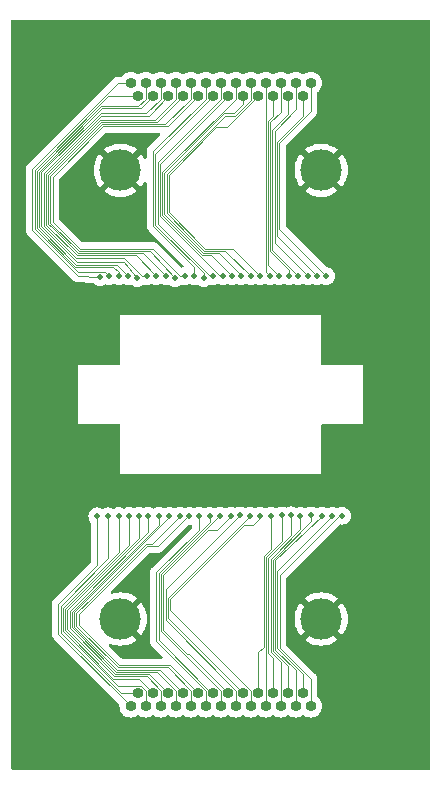
<source format=gbr>
%TF.GenerationSoftware,KiCad,Pcbnew,7.0.2*%
%TF.CreationDate,2023-11-03T15:57:14-06:00*%
%TF.ProjectId,micro-d-tes-aaray,6d696372-6f2d-4642-9d74-65732d616172,rev?*%
%TF.SameCoordinates,Original*%
%TF.FileFunction,Copper,L2,Inr*%
%TF.FilePolarity,Positive*%
%FSLAX46Y46*%
G04 Gerber Fmt 4.6, Leading zero omitted, Abs format (unit mm)*
G04 Created by KiCad (PCBNEW 7.0.2) date 2023-11-03 15:57:14*
%MOMM*%
%LPD*%
G01*
G04 APERTURE LIST*
%TA.AperFunction,ComponentPad*%
%ADD10C,3.500000*%
%TD*%
%TA.AperFunction,ComponentPad*%
%ADD11O,0.920000X0.920000*%
%TD*%
%TA.AperFunction,ViaPad*%
%ADD12C,0.500000*%
%TD*%
%TA.AperFunction,Conductor*%
%ADD13C,0.100000*%
%TD*%
G04 APERTURE END LIST*
D10*
%TO.N,GND*%
%TO.C,H1*%
X9250000Y-50750000D03*
%TD*%
%TO.N,GND*%
%TO.C,H4*%
X9250000Y-12750000D03*
%TD*%
%TO.N,GND*%
%TO.C,H3*%
X26250000Y-50750000D03*
%TD*%
%TO.N,GND*%
%TO.C,H2*%
X26250000Y-12750000D03*
%TD*%
D11*
%TO.N,Net-(J1-Pin_1)*%
%TO.C,J99*%
X25370000Y-5374500D03*
%TO.N,Net-(J2-Pin_1)*%
X24100000Y-5374500D03*
%TO.N,Net-(J3-Pin_1)*%
X22830000Y-5374500D03*
%TO.N,Net-(J4-Pin_1)*%
X21560000Y-5374500D03*
%TO.N,Net-(J5-Pin_1)*%
X20290000Y-5374500D03*
%TO.N,Net-(J6-Pin_1)*%
X19020000Y-5374500D03*
%TO.N,Net-(J7-Pin_1)*%
X17750000Y-5374500D03*
%TO.N,Net-(J8-Pin_1)*%
X16480000Y-5374500D03*
%TO.N,Net-(J9-Pin_1)*%
X15210000Y-5374500D03*
%TO.N,Net-(J10-Pin_1)*%
X13940000Y-5374500D03*
%TO.N,Net-(J11-Pin_1)*%
X12670000Y-5374500D03*
%TO.N,Net-(J12-Pin_1)*%
X11400000Y-5374500D03*
%TO.N,Net-(J13-Pin_1)*%
X10130000Y-5374500D03*
%TO.N,Net-(J14-Pin_1)*%
X24735000Y-6474500D03*
%TO.N,Net-(J15-Pin_1)*%
X23465000Y-6474500D03*
%TO.N,Net-(J16-Pin_1)*%
X22195000Y-6474500D03*
%TO.N,Net-(J17-Pin_1)*%
X20925000Y-6474500D03*
%TO.N,Net-(J18-Pin_1)*%
X19655000Y-6474500D03*
%TO.N,Net-(J19-Pin_1)*%
X18385000Y-6474500D03*
%TO.N,Net-(J20-Pin_1)*%
X17115000Y-6474500D03*
%TO.N,Net-(J21-Pin_1)*%
X15845000Y-6474500D03*
%TO.N,Net-(J22-Pin_1)*%
X14575000Y-6474500D03*
%TO.N,Net-(J23-Pin_1)*%
X13305000Y-6474500D03*
%TO.N,Net-(J24-Pin_1)*%
X12035000Y-6474500D03*
%TO.N,Net-(J25-Pin_1)*%
X10765000Y-6474500D03*
%TD*%
%TO.N,Net-(D1-Pin_1)*%
%TO.C,J26*%
X10130000Y-58124500D03*
%TO.N,Net-(D2-Pin_1)*%
X11400000Y-58124500D03*
%TO.N,Net-(D3-Pin_1)*%
X12670000Y-58124500D03*
%TO.N,Net-(D4-Pin_1)*%
X13940000Y-58124500D03*
%TO.N,Net-(D5-Pin_1)*%
X15210000Y-58124500D03*
%TO.N,Net-(D6-Pin_1)*%
X16480000Y-58124500D03*
%TO.N,Net-(D7-Pin_1)*%
X17750000Y-58124500D03*
%TO.N,Net-(D8-Pin_1)*%
X19020000Y-58124500D03*
%TO.N,Net-(D9-Pin_1)*%
X20290000Y-58124500D03*
%TO.N,Net-(D10-Pin_1)*%
X21560000Y-58124500D03*
%TO.N,Net-(D11-Pin_1)*%
X22830000Y-58124500D03*
%TO.N,Net-(D12-Pin_1)*%
X24100000Y-58124500D03*
%TO.N,Net-(D13-Pin_1)*%
X25370000Y-58124500D03*
%TO.N,Net-(D14-Pin_1)*%
X10765000Y-57024500D03*
%TO.N,Net-(D15-Pin_1)*%
X12035000Y-57024500D03*
%TO.N,Net-(D16-Pin_1)*%
X13305000Y-57024500D03*
%TO.N,Net-(D17-Pin_1)*%
X14575000Y-57024500D03*
%TO.N,Net-(D18-Pin_1)*%
X15845000Y-57024500D03*
%TO.N,Net-(D19-Pin_1)*%
X17115000Y-57024500D03*
%TO.N,Net-(D20-Pin_1)*%
X18385000Y-57024500D03*
%TO.N,Net-(D21-Pin_1)*%
X19655000Y-57024500D03*
%TO.N,Net-(D22-Pin_1)*%
X20925000Y-57024500D03*
%TO.N,Net-(D23-Pin_1)*%
X22195000Y-57024500D03*
%TO.N,Net-(D24-Pin_1)*%
X23465000Y-57024500D03*
%TO.N,Net-(D25-Pin_1)*%
X24735000Y-57024500D03*
%TD*%
D12*
%TO.N,Net-(J20-Pin_1)*%
X16300000Y-21870000D03*
%TO.N,Net-(J1-Pin_1)*%
X26700000Y-21730000D03*
%TO.N,Net-(J2-Pin_1)*%
X25110000Y-21730000D03*
%TO.N,Net-(J14-Pin_1)*%
X25900000Y-21730000D03*
%TO.N,Net-(J15-Pin_1)*%
X24290000Y-21730000D03*
%TO.N,Net-(J3-Pin_1)*%
X23500000Y-21730000D03*
%TO.N,Net-(J16-Pin_1)*%
X22670000Y-21730000D03*
%TO.N,Net-(J4-Pin_1)*%
X21900000Y-21730000D03*
%TO.N,Net-(J17-Pin_1)*%
X21110000Y-21740000D03*
%TO.N,Net-(J5-Pin_1)*%
X20280000Y-21740000D03*
%TO.N,Net-(J18-Pin_1)*%
X19500000Y-21720000D03*
%TO.N,Net-(J6-Pin_1)*%
X18700000Y-21720000D03*
%TO.N,Net-(J19-Pin_1)*%
X17900000Y-21720000D03*
%TO.N,Net-(J7-Pin_1)*%
X17110000Y-21710000D03*
%TO.N,Net-(J8-Pin_1)*%
X15500000Y-21710000D03*
%TO.N,Net-(J21-Pin_1)*%
X14700000Y-21700000D03*
%TO.N,Net-(J9-Pin_1)*%
X13890000Y-21880000D03*
%TO.N,Net-(J22-Pin_1)*%
X13100000Y-21720000D03*
%TO.N,Net-(J10-Pin_1)*%
X12300000Y-21710000D03*
%TO.N,Net-(J23-Pin_1)*%
X11480000Y-21710000D03*
%TO.N,Net-(J11-Pin_1)*%
X10700000Y-21910000D03*
%TO.N,Net-(J24-Pin_1)*%
X9900000Y-21710000D03*
%TO.N,Net-(J12-Pin_1)*%
X9100000Y-21710000D03*
%TO.N,Net-(J25-Pin_1)*%
X8300000Y-21730000D03*
%TO.N,Net-(J13-Pin_1)*%
X7510000Y-21800000D03*
%TO.N,Net-(D13-Pin_1)*%
X28000000Y-42000000D03*
%TO.N,Net-(D25-Pin_1)*%
X27210000Y-41990000D03*
%TO.N,Net-(D12-Pin_1)*%
X26300000Y-42000000D03*
%TO.N,Net-(D24-Pin_1)*%
X25400000Y-41980000D03*
%TO.N,Net-(D11-Pin_1)*%
X24500000Y-42000000D03*
%TO.N,Net-(D23-Pin_1)*%
X23700000Y-41970000D03*
%TO.N,Net-(D10-Pin_1)*%
X22900000Y-41980000D03*
%TO.N,Net-(D22-Pin_1)*%
X22000000Y-42000000D03*
%TO.N,Net-(D9-Pin_1)*%
X21100000Y-42000000D03*
%TO.N,Net-(D21-Pin_1)*%
X20200000Y-41990000D03*
%TO.N,Net-(D8-Pin_1)*%
X19370000Y-41980000D03*
%TO.N,Net-(D20-Pin_1)*%
X18600000Y-42010000D03*
%TO.N,Net-(D7-Pin_1)*%
X17700000Y-42010000D03*
%TO.N,Net-(D19-Pin_1)*%
X16800000Y-42010000D03*
%TO.N,Net-(D6-Pin_1)*%
X15900000Y-42020000D03*
%TO.N,Net-(D18-Pin_1)*%
X15100000Y-42010000D03*
%TO.N,Net-(D5-Pin_1)*%
X14300000Y-41990000D03*
%TO.N,Net-(D17-Pin_1)*%
X13400000Y-42000000D03*
%TO.N,Net-(D3-Pin_1)*%
X10800000Y-42010000D03*
%TO.N,Net-(D4-Pin_1)*%
X12500000Y-42020000D03*
%TO.N,Net-(D16-Pin_1)*%
X11600000Y-42030000D03*
%TO.N,Net-(D15-Pin_1)*%
X10000000Y-42020000D03*
%TO.N,Net-(D2-Pin_1)*%
X9100000Y-42030000D03*
%TO.N,Net-(D14-Pin_1)*%
X8210000Y-42050000D03*
%TO.N,Net-(D1-Pin_1)*%
X7300000Y-42050000D03*
%TD*%
D13*
%TO.N,Net-(J20-Pin_1)*%
X16300000Y-21870000D02*
X16300000Y-21441300D01*
%TO.N,Net-(J1-Pin_1)*%
X26730000Y-21730000D02*
X26700000Y-21700000D01*
X26700000Y-21730000D02*
X26730000Y-21730000D01*
X26700000Y-21700000D02*
X26700000Y-21730000D01*
%TO.N,Net-(J2-Pin_1)*%
X25130000Y-21730000D02*
X25100000Y-21700000D01*
X25110000Y-21730000D02*
X25130000Y-21730000D01*
X25110000Y-21710000D02*
X25110000Y-21730000D01*
%TO.N,Net-(J14-Pin_1)*%
X25900000Y-21730000D02*
X25900000Y-21690000D01*
%TO.N,Net-(J15-Pin_1)*%
X24290000Y-21730000D02*
X24288700Y-21700000D01*
%TO.N,Net-(J3-Pin_1)*%
X23500000Y-21730000D02*
X23500000Y-21700000D01*
%TO.N,Net-(J16-Pin_1)*%
X22670000Y-21730000D02*
X22680000Y-21690000D01*
%TO.N,Net-(J4-Pin_1)*%
X21930000Y-21730000D02*
X21900000Y-21700000D01*
X21900000Y-21730000D02*
X21930000Y-21730000D01*
X21900000Y-21700000D02*
X21900000Y-21730000D01*
%TO.N,Net-(J17-Pin_1)*%
X21110000Y-21740000D02*
X21110000Y-21710000D01*
%TO.N,Net-(J5-Pin_1)*%
X20280000Y-21740000D02*
X20275000Y-21700000D01*
%TO.N,Net-(J18-Pin_1)*%
X19500000Y-21720000D02*
X19510000Y-21710000D01*
%TO.N,Net-(J6-Pin_1)*%
X18720000Y-21720000D02*
X18700000Y-21700000D01*
X18700000Y-21720000D02*
X18720000Y-21720000D01*
X18700000Y-21700000D02*
X18700000Y-21720000D01*
%TO.N,Net-(J19-Pin_1)*%
X17900000Y-21720000D02*
X17670000Y-21700000D01*
%TO.N,Net-(J7-Pin_1)*%
X17110000Y-21710000D02*
X17100000Y-21700000D01*
%TO.N,Net-(J8-Pin_1)*%
X15500000Y-21710000D02*
X15500000Y-20910000D01*
%TO.N,Net-(J9-Pin_1)*%
X13890000Y-21880000D02*
X11790000Y-19590000D01*
%TO.N,Net-(J22-Pin_1)*%
X13120000Y-21720000D02*
X13100000Y-21700000D01*
X13100000Y-21720000D02*
X13120000Y-21720000D01*
X13100000Y-21700000D02*
X13100000Y-21720000D01*
%TO.N,Net-(J10-Pin_1)*%
X12310000Y-21710000D02*
X12300000Y-21700000D01*
X12300000Y-21710000D02*
X12310000Y-21710000D01*
X12300000Y-21700000D02*
X12300000Y-21710000D01*
%TO.N,Net-(J23-Pin_1)*%
X11480000Y-21710000D02*
X11475000Y-21700000D01*
%TO.N,Net-(J11-Pin_1)*%
X10700000Y-21910000D02*
X9545000Y-20545000D01*
%TO.N,Net-(J24-Pin_1)*%
X9910000Y-21710000D02*
X9900000Y-21700000D01*
X9900000Y-21710000D02*
X9910000Y-21710000D01*
X9900000Y-21700000D02*
X9900000Y-21710000D01*
%TO.N,Net-(J12-Pin_1)*%
X9100000Y-21710000D02*
X9100000Y-21700000D01*
%TO.N,Net-(J25-Pin_1)*%
X8300000Y-21730000D02*
X8300000Y-21710000D01*
%TO.N,Net-(J13-Pin_1)*%
X7510000Y-21800000D02*
X5650000Y-21675000D01*
%TO.N,Net-(D13-Pin_1)*%
X28000000Y-42000000D02*
X28000000Y-42025000D01*
%TO.N,Net-(D25-Pin_1)*%
X27210000Y-41990000D02*
X27210000Y-42036000D01*
%TO.N,Net-(D12-Pin_1)*%
X26300000Y-42000000D02*
X22350000Y-45793500D01*
%TO.N,Net-(D24-Pin_1)*%
X25400000Y-41980000D02*
X25400000Y-42474800D01*
%TO.N,Net-(D11-Pin_1)*%
X24500000Y-42000000D02*
X24500000Y-42020000D01*
%TO.N,Net-(D23-Pin_1)*%
X23700000Y-41970000D02*
X23700000Y-42000000D01*
%TO.N,Net-(D10-Pin_1)*%
X22900000Y-41980000D02*
X22900000Y-42025000D01*
%TO.N,Net-(D22-Pin_1)*%
X22000000Y-42000000D02*
X22000000Y-42025000D01*
%TO.N,Net-(D9-Pin_1)*%
X21100000Y-42000000D02*
X21100000Y-42025000D01*
%TO.N,Net-(D21-Pin_1)*%
X20200000Y-41990000D02*
X20200000Y-42046000D01*
%TO.N,Net-(D8-Pin_1)*%
X19370000Y-41980000D02*
X19370000Y-42000000D01*
%TO.N,Net-(D20-Pin_1)*%
X18600000Y-42010000D02*
X18600000Y-42030000D01*
%TO.N,Net-(D7-Pin_1)*%
X17700000Y-42010000D02*
X17700000Y-42025000D01*
%TO.N,Net-(D19-Pin_1)*%
X16800000Y-42010000D02*
X16800000Y-42020000D01*
%TO.N,Net-(D6-Pin_1)*%
X15900000Y-42020000D02*
X15900000Y-42030000D01*
%TO.N,Net-(D18-Pin_1)*%
X15100000Y-42010000D02*
X15000000Y-42025000D01*
%TO.N,Net-(D5-Pin_1)*%
X14300000Y-41990000D02*
X14300000Y-42046000D01*
%TO.N,Net-(D17-Pin_1)*%
X13400000Y-42000000D02*
X13400000Y-42123501D01*
%TO.N,Net-(D3-Pin_1)*%
X10800000Y-42010000D02*
X10800000Y-42025000D01*
%TO.N,Net-(D4-Pin_1)*%
X12500000Y-42020000D02*
X12500000Y-42025000D01*
%TO.N,Net-(D14-Pin_1)*%
X8210000Y-42050000D02*
X8200000Y-45600000D01*
%TO.N,Net-(J9-Pin_1)*%
X13900000Y-21700000D02*
X13890000Y-21880000D01*
X3320000Y-17195400D02*
X3320000Y-13254600D01*
X3320000Y-13254600D02*
X7726000Y-8848600D01*
X15210000Y-6688029D02*
X15210000Y-5374500D01*
X11790000Y-19590000D02*
X5714600Y-19590000D01*
X13049429Y-8848600D02*
X15210000Y-6688029D01*
X7726000Y-8848600D02*
X13049429Y-8848600D01*
X5714600Y-19590000D02*
X3320000Y-17195400D01*
%TO.N,Net-(J10-Pin_1)*%
X2940000Y-17352800D02*
X5557200Y-19970000D01*
X13940000Y-6688029D02*
X12159429Y-8468600D01*
X10570000Y-19970000D02*
X12300000Y-21700000D01*
X7568600Y-8468600D02*
X2940000Y-13097200D01*
X12159429Y-8468600D02*
X7568600Y-8468600D01*
X5557200Y-19970000D02*
X10570000Y-19970000D01*
X13940000Y-5374500D02*
X13940000Y-6688029D01*
X2940000Y-13097200D02*
X2940000Y-17352800D01*
%TO.N,Net-(J11-Pin_1)*%
X2560000Y-12939800D02*
X7589800Y-7910000D01*
X2560000Y-17510200D02*
X2560000Y-12939800D01*
X12670000Y-6688029D02*
X12670000Y-5374500D01*
X5594800Y-20545000D02*
X2560000Y-17510200D01*
X10700000Y-21700000D02*
X10700000Y-21910000D01*
X11448029Y-7910000D02*
X12670000Y-6688029D01*
X7589800Y-7910000D02*
X11448029Y-7910000D01*
X9545000Y-20545000D02*
X5594800Y-20545000D01*
%TO.N,Net-(J12-Pin_1)*%
X10769329Y-7318700D02*
X7643700Y-7318700D01*
X11400000Y-6688029D02*
X10769329Y-7318700D01*
X2180000Y-12782400D02*
X2180000Y-17667600D01*
X7643700Y-7318700D02*
X2180000Y-12782400D01*
X11400000Y-5374500D02*
X11400000Y-6688029D01*
X5437400Y-20925000D02*
X8625000Y-20925000D01*
X9100000Y-21690000D02*
X9100000Y-21710000D01*
X9100000Y-21400000D02*
X9100000Y-21690000D01*
X2180000Y-17667600D02*
X5437400Y-20925000D01*
X8625000Y-20925000D02*
X9100000Y-21400000D01*
%TO.N,Net-(D1-Pin_1)*%
X7300000Y-42050000D02*
X7300000Y-46200000D01*
X4000000Y-49500000D02*
X4000000Y-51994500D01*
X7300000Y-46200000D02*
X4000000Y-49500000D01*
X4000000Y-51994500D02*
X10130000Y-58124500D01*
%TO.N,Net-(D2-Pin_1)*%
X4380000Y-49800000D02*
X9100000Y-45080000D01*
X11013529Y-56424500D02*
X9024500Y-56424500D01*
X9100000Y-45080000D02*
X9100000Y-42030000D01*
X9024500Y-56424500D02*
X4380000Y-51780000D01*
X11400000Y-58124500D02*
X11400000Y-56810971D01*
X9100000Y-42030000D02*
X9100000Y-42025000D01*
X4380000Y-51780000D02*
X4380000Y-49800000D01*
X11400000Y-56810971D02*
X11013529Y-56424500D01*
%TO.N,Net-(D3-Pin_1)*%
X10800000Y-43917400D02*
X10800000Y-42020000D01*
X12670000Y-58124500D02*
X12670000Y-56810971D01*
X8747400Y-55610000D02*
X4760000Y-51622600D01*
X4760000Y-51622600D02*
X4760000Y-49957400D01*
X11469029Y-55610000D02*
X8747400Y-55610000D01*
X12670000Y-56810971D02*
X11469029Y-55610000D01*
X4760000Y-49957400D02*
X10800000Y-43917400D01*
X10800000Y-42020000D02*
X10800000Y-42010000D01*
%TO.N,Net-(D4-Pin_1)*%
X13940000Y-58124500D02*
X13940000Y-56810971D01*
X12500000Y-42754800D02*
X12500000Y-42030000D01*
X12500000Y-42030000D02*
X12500000Y-42020000D01*
X13940000Y-56810971D02*
X12359029Y-55230000D01*
X5140000Y-51465200D02*
X5140000Y-50114800D01*
X5140000Y-50114800D02*
X12500000Y-42754800D01*
X12359029Y-55230000D02*
X8904800Y-55230000D01*
X8904800Y-55230000D02*
X5140000Y-51465200D01*
%TO.N,Net-(D5-Pin_1)*%
X5520000Y-51307800D02*
X9062200Y-54850000D01*
X14300000Y-42046000D02*
X11946000Y-44400000D01*
X5520000Y-50272200D02*
X5520000Y-51307800D01*
X6907800Y-48892200D02*
X6900000Y-48892200D01*
X9062200Y-54850000D02*
X13249029Y-54850000D01*
X15210000Y-56810971D02*
X15210000Y-58124500D01*
X11400000Y-44400000D02*
X6907800Y-48892200D01*
X11946000Y-44400000D02*
X11400000Y-44400000D01*
X6900000Y-48892200D02*
X5520000Y-50272200D01*
X14300000Y-42000000D02*
X14300000Y-41990000D01*
X13249029Y-54850000D02*
X15210000Y-56810971D01*
%TO.N,Net-(D6-Pin_1)*%
X15900000Y-42025000D02*
X15900000Y-42020000D01*
X12300000Y-52630970D02*
X16480000Y-56810971D01*
X12300000Y-46800000D02*
X12300000Y-52630970D01*
X16480000Y-56810971D02*
X16480000Y-58124500D01*
X15900000Y-43200000D02*
X12300000Y-46800000D01*
X15900000Y-42030000D02*
X15900000Y-43200000D01*
%TO.N,Net-(D7-Pin_1)*%
X17700000Y-42020000D02*
X17700000Y-42010000D01*
X17750000Y-58124500D02*
X17750000Y-56810971D01*
X12700000Y-46937400D02*
X17612400Y-42025000D01*
X17612400Y-42025000D02*
X17700000Y-42020000D01*
X12700000Y-51760971D02*
X12700000Y-46937400D01*
X17750000Y-56810971D02*
X12700000Y-51760971D01*
%TO.N,Net-(D8-Pin_1)*%
X19375000Y-42000000D02*
X19370000Y-41980000D01*
X13080000Y-50870971D02*
X19020000Y-56810971D01*
X13080000Y-48245000D02*
X13080000Y-50870971D01*
X19370000Y-42000000D02*
X19325000Y-42000000D01*
X19325000Y-42000000D02*
X13080000Y-48245000D01*
X19020000Y-56810971D02*
X19020000Y-58124500D01*
%TO.N,Net-(D9-Pin_1)*%
X13460000Y-49054700D02*
X19714700Y-42800000D01*
X21100000Y-42020000D02*
X21100000Y-42000000D01*
X20290000Y-58124500D02*
X20290000Y-56810971D01*
X21100000Y-42200000D02*
X21100000Y-42020000D01*
X20290000Y-56810971D02*
X13460000Y-49980971D01*
X20500000Y-42800000D02*
X21100000Y-42200000D01*
X13460000Y-49980971D02*
X13460000Y-49054700D01*
X19714700Y-42800000D02*
X20500000Y-42800000D01*
%TO.N,Net-(D10-Pin_1)*%
X21590000Y-45478700D02*
X22900000Y-44168700D01*
X22900000Y-42020000D02*
X22900000Y-41980000D01*
X21560000Y-58124500D02*
X21590000Y-58094500D01*
X21590000Y-58094500D02*
X21590000Y-45478700D01*
X22900000Y-44168700D02*
X22900000Y-42020000D01*
%TO.N,Net-(D11-Pin_1)*%
X24500000Y-42020000D02*
X24500000Y-42025000D01*
X21970000Y-45636100D02*
X24500000Y-43106100D01*
X22830000Y-58124500D02*
X22830000Y-54381299D01*
X21970000Y-53521299D02*
X21970000Y-45636100D01*
X22830000Y-54381299D02*
X21970000Y-53521299D01*
X24500000Y-43106100D02*
X24500000Y-42000000D01*
%TO.N,Net-(D12-Pin_1)*%
X24100000Y-55100000D02*
X24100000Y-58124500D01*
X22350000Y-45793500D02*
X22350000Y-53350000D01*
X26300000Y-42020000D02*
X26300000Y-42000000D01*
X22350000Y-53350000D02*
X24100000Y-55100000D01*
X26300000Y-42025000D02*
X26300000Y-42020000D01*
%TO.N,Net-(D14-Pin_1)*%
X8200000Y-42050000D02*
X8210000Y-42050000D01*
X9298700Y-57024500D02*
X10765000Y-57024500D01*
X4190000Y-49610000D02*
X4190000Y-51915800D01*
X8200000Y-45600000D02*
X4190000Y-49610000D01*
X4190000Y-51915800D02*
X9298700Y-57024500D01*
%TO.N,Net-(D15-Pin_1)*%
X10000000Y-44448701D02*
X4570000Y-49878700D01*
X4570000Y-49878700D02*
X4570000Y-51701300D01*
X10810500Y-55800000D02*
X12035000Y-57024500D01*
X10000000Y-42020000D02*
X10000000Y-44448701D01*
X8668700Y-55800000D02*
X10810500Y-55800000D01*
X10000000Y-42025000D02*
X10000000Y-42020000D01*
X4570000Y-51701300D02*
X8668700Y-55800000D01*
%TO.N,Net-(D16-Pin_1)*%
X11700500Y-55420000D02*
X13305000Y-57024500D01*
X11600000Y-42025000D02*
X11600000Y-42030000D01*
X8826100Y-55420000D02*
X11700500Y-55420000D01*
X4950000Y-51543900D02*
X8826100Y-55420000D01*
X11600000Y-43386101D02*
X4950000Y-50036100D01*
X4950000Y-50036100D02*
X4950000Y-51543900D01*
X11600000Y-42030000D02*
X11600000Y-43386101D01*
%TO.N,Net-(D17-Pin_1)*%
X8983500Y-55040000D02*
X12590500Y-55040000D01*
X13400000Y-42123501D02*
X5330000Y-50193500D01*
X13400000Y-42020000D02*
X13400000Y-42000000D01*
X5330000Y-51386500D02*
X8983500Y-55040000D01*
X12590500Y-55040000D02*
X14575000Y-57024500D01*
X5330000Y-50193500D02*
X5330000Y-51386500D01*
X13400000Y-42025000D02*
X13400000Y-42020000D01*
%TO.N,Net-(D18-Pin_1)*%
X9140900Y-54660000D02*
X13480500Y-54660000D01*
X5710000Y-51229100D02*
X9140900Y-54660000D01*
X5717800Y-50350900D02*
X5710000Y-50350900D01*
X15100000Y-42020000D02*
X15100000Y-42010000D01*
X15100000Y-42025000D02*
X15100000Y-42020000D01*
X11478700Y-44590000D02*
X5717800Y-50350900D01*
X12435000Y-44590000D02*
X11478700Y-44590000D01*
X5710000Y-50350900D02*
X5710000Y-51229100D01*
X13480500Y-54660000D02*
X15845000Y-57024500D01*
X15000000Y-42025000D02*
X12435000Y-44590000D01*
%TO.N,Net-(D19-Pin_1)*%
X12490000Y-51400000D02*
X12490000Y-46878700D01*
X12490000Y-52552270D02*
X12490000Y-51400000D01*
X16800000Y-42020000D02*
X16800000Y-42568701D01*
X16800000Y-42568701D02*
X13634350Y-45734350D01*
X12490000Y-46878700D02*
X13634350Y-45734350D01*
X17115000Y-57024500D02*
X17115000Y-57177270D01*
X12568865Y-52631135D02*
X12490000Y-52552270D01*
X16800000Y-42025000D02*
X16800000Y-42010000D01*
X17115000Y-57177270D02*
X12568865Y-52631135D01*
%TO.N,Net-(D20-Pin_1)*%
X12890000Y-47016100D02*
X12890000Y-51682271D01*
X15056636Y-53696136D02*
X18385000Y-57024500D01*
X18600000Y-42030000D02*
X18600000Y-42046000D01*
X12890000Y-51682271D02*
X14903865Y-53696136D01*
X18600000Y-42025000D02*
X18600000Y-42010000D01*
X17442950Y-43203050D02*
X16703050Y-43203050D01*
X18600000Y-42046000D02*
X17442950Y-43203050D01*
X16703050Y-43203050D02*
X12890000Y-47016100D01*
X14903865Y-53696136D02*
X15056636Y-53696136D01*
%TO.N,Net-(D21-Pin_1)*%
X13270000Y-50639500D02*
X19655000Y-57024500D01*
X20200000Y-42025000D02*
X20200000Y-42020000D01*
X13270000Y-48976000D02*
X13270000Y-50639500D01*
X20200000Y-42020000D02*
X20200000Y-41990000D01*
X20200000Y-42046000D02*
X13270000Y-48976000D01*
%TO.N,Net-(D22-Pin_1)*%
X20925000Y-53575000D02*
X21400000Y-53100000D01*
X21400000Y-53100000D02*
X21400000Y-45400000D01*
X20925000Y-57024500D02*
X20925000Y-53575000D01*
X22000000Y-44800000D02*
X22000000Y-42030000D01*
X21400000Y-45400000D02*
X22000000Y-44800000D01*
X22000000Y-42030000D02*
X22000000Y-42000000D01*
%TO.N,Net-(D23-Pin_1)*%
X21780000Y-53600000D02*
X21780000Y-45557400D01*
X22195000Y-54015000D02*
X21780000Y-53600000D01*
X23700000Y-43637400D02*
X23700000Y-41970000D01*
X21780000Y-45557400D02*
X23700000Y-43637400D01*
X22195000Y-57024500D02*
X22195000Y-54015000D01*
%TO.N,Net-(D24-Pin_1)*%
X22160000Y-45714800D02*
X22160000Y-53442598D01*
X22160000Y-53442598D02*
X23465000Y-54747598D01*
X23465000Y-54747598D02*
X23465000Y-57024500D01*
X25400000Y-42000000D02*
X25400000Y-41980000D01*
X25400000Y-42474800D02*
X22160000Y-45714800D01*
%TO.N,Net-(D25-Pin_1)*%
X27210000Y-42010000D02*
X27210000Y-41990000D01*
X24735000Y-55435000D02*
X24735000Y-57024500D01*
X22540000Y-46706000D02*
X22540000Y-53240000D01*
X22540000Y-53240000D02*
X24735000Y-55435000D01*
X27210000Y-42036000D02*
X22540000Y-46706000D01*
%TO.N,Net-(D13-Pin_1)*%
X27759000Y-42025000D02*
X22730000Y-47054000D01*
X25370000Y-55801299D02*
X25370000Y-58124500D01*
X22730000Y-47054000D02*
X22730000Y-53161300D01*
X28000000Y-42030000D02*
X28000000Y-42000000D01*
X22730000Y-53161300D02*
X25370000Y-55801299D01*
X27759000Y-42025000D02*
X28000000Y-42030000D01*
%TO.N,Net-(J6-Pin_1)*%
X19020000Y-6688029D02*
X12790000Y-12918029D01*
X19020000Y-5374500D02*
X19020000Y-6688029D01*
X16950000Y-19950000D02*
X18700000Y-21700000D01*
X16188700Y-19950000D02*
X16950000Y-19950000D01*
X12790000Y-16551300D02*
X16188700Y-19950000D01*
X12790000Y-12918029D02*
X12790000Y-16551300D01*
%TO.N,Net-(J7-Pin_1)*%
X17750000Y-6688029D02*
X12410000Y-12028029D01*
X12410000Y-12028029D02*
X12410000Y-17282600D01*
X12410000Y-17282600D02*
X16827400Y-21700000D01*
X17750000Y-5374500D02*
X17750000Y-6688029D01*
X16827400Y-21700000D02*
X17110000Y-21710000D01*
%TO.N,Net-(J8-Pin_1)*%
X12030000Y-11138029D02*
X16480000Y-6688029D01*
X16480000Y-6688029D02*
X16480000Y-5374500D01*
X12030000Y-17440000D02*
X12030000Y-11138029D01*
X15500000Y-20910000D02*
X12030000Y-17440000D01*
X15500000Y-21700000D02*
X15500000Y-21710000D01*
%TO.N,Net-(J1-Pin_1)*%
X22700000Y-17700000D02*
X26700000Y-21700000D01*
X25370000Y-7758701D02*
X22700000Y-10428701D01*
X22700000Y-10428701D02*
X22700000Y-17700000D01*
X25370000Y-5374500D02*
X25370000Y-7758701D01*
%TO.N,Net-(J2-Pin_1)*%
X22320000Y-9388701D02*
X22320000Y-18920000D01*
X24100000Y-5374500D02*
X24100000Y-7608701D01*
X24100000Y-7608701D02*
X22320000Y-9388701D01*
X22320000Y-18920000D02*
X25110000Y-21710000D01*
%TO.N,Net-(J3-Pin_1)*%
X22830000Y-5374500D02*
X22830000Y-7798701D01*
X23500000Y-21180000D02*
X23500000Y-21690000D01*
X21940000Y-8688701D02*
X21940000Y-19620000D01*
X22830000Y-7798701D02*
X21940000Y-8688701D01*
X23500000Y-21690000D02*
X23500000Y-21730000D01*
X21940000Y-19620000D02*
X23500000Y-21180000D01*
%TO.N,Net-(J4-Pin_1)*%
X21560000Y-21360000D02*
X21900000Y-21700000D01*
X21560000Y-5374500D02*
X21560000Y-21360000D01*
%TO.N,Net-(J5-Pin_1)*%
X18145000Y-19570000D02*
X20270000Y-21695000D01*
X20290000Y-5374500D02*
X20290000Y-6768700D01*
X16480000Y-19570000D02*
X18145000Y-19570000D01*
X20275000Y-21700000D02*
X20280000Y-21740000D01*
X20290000Y-6768700D02*
X18928700Y-8130000D01*
X20270000Y-21695000D02*
X20270000Y-21700000D01*
X18370000Y-8130000D02*
X18115429Y-8130000D01*
X13170000Y-14320000D02*
X13170000Y-16393900D01*
X13170000Y-16393900D02*
X15168050Y-18391950D01*
X18928700Y-8130000D02*
X18370000Y-8130000D01*
X15277714Y-10967714D02*
X13170000Y-13075428D01*
X18115429Y-8130000D02*
X15277714Y-10967714D01*
X16346100Y-19570000D02*
X16480000Y-19570000D01*
X20270000Y-21700000D02*
X20275000Y-21700000D01*
X15168050Y-18391950D02*
X16346100Y-19570000D01*
X15277714Y-10967714D02*
X15222714Y-11022715D01*
X13170000Y-13075428D02*
X13170000Y-14320000D01*
%TO.N,Net-(J13-Pin_1)*%
X10130000Y-5374500D02*
X9050500Y-5374500D01*
X7500000Y-21675000D02*
X7490000Y-21700000D01*
X9050500Y-5374500D02*
X1800000Y-12625000D01*
X5650000Y-21675000D02*
X5350000Y-21375000D01*
X1800000Y-17825000D02*
X5350000Y-21375000D01*
X1800000Y-12625000D02*
X1800000Y-17825000D01*
X7490000Y-21700000D02*
X7510000Y-21800000D01*
%TO.N,Net-(J14-Pin_1)*%
X25900000Y-21700000D02*
X25900000Y-21730000D01*
X25900000Y-21700000D02*
X25900000Y-21700000D01*
X24735000Y-8125000D02*
X24735000Y-6474500D01*
X22510000Y-18310000D02*
X22510000Y-17330000D01*
X25900000Y-21690000D02*
X25890000Y-21690000D01*
X22510000Y-10350000D02*
X24735000Y-8125000D01*
X25890000Y-21690000D02*
X22510000Y-18310000D01*
X22510000Y-17330000D02*
X22510000Y-10350000D01*
%TO.N,Net-(J15-Pin_1)*%
X22130000Y-9310000D02*
X23465000Y-7975000D01*
X24288700Y-21700000D02*
X22130000Y-19541300D01*
X24300000Y-21700000D02*
X24290000Y-21730000D01*
X22130000Y-19541300D02*
X22130000Y-9310000D01*
X23465000Y-7975000D02*
X23465000Y-6474500D01*
%TO.N,Net-(J16-Pin_1)*%
X22680000Y-21705000D02*
X22670000Y-21730000D01*
X22195000Y-8165000D02*
X22195000Y-6474500D01*
X21750000Y-20775000D02*
X21750000Y-8610000D01*
X22675000Y-21700000D02*
X22680000Y-21705000D01*
X22665000Y-21690000D02*
X21750000Y-20775000D01*
X21750000Y-8610000D02*
X22195000Y-8165000D01*
X22680000Y-21690000D02*
X22665000Y-21690000D01*
%TO.N,Net-(J17-Pin_1)*%
X21110000Y-21690000D02*
X21110000Y-21740000D01*
X13360000Y-13154128D02*
X17382064Y-9132064D01*
X18780000Y-19380000D02*
X16424800Y-19380000D01*
X17382064Y-9132064D02*
X18267436Y-9132064D01*
X21100000Y-21700000D02*
X21090000Y-21690000D01*
X13360000Y-16315200D02*
X13360000Y-13154128D01*
X21110000Y-21710000D02*
X18780000Y-19380000D01*
X21090000Y-21690000D02*
X21110000Y-21690000D01*
X16424800Y-19380000D02*
X13360000Y-16315200D01*
X18267436Y-9132064D02*
X20925000Y-6474500D01*
%TO.N,Net-(J18-Pin_1)*%
X19500000Y-21710000D02*
X19500000Y-21720000D01*
X18036729Y-7940000D02*
X18850000Y-7940000D01*
X16267400Y-19760000D02*
X12980000Y-16472600D01*
X19500000Y-21700000D02*
X19500000Y-21710000D01*
X19655000Y-7135000D02*
X19655000Y-6474500D01*
X18850000Y-7940000D02*
X19655000Y-7135000D01*
X17560000Y-19760000D02*
X16267400Y-19760000D01*
X19500000Y-21700000D02*
X19500000Y-21700000D01*
X12980000Y-16472600D02*
X12980000Y-12996729D01*
X12980000Y-12996729D02*
X18036729Y-7940000D01*
X19510000Y-21710000D02*
X17560000Y-19760000D01*
%TO.N,Net-(J19-Pin_1)*%
X17900000Y-21700000D02*
X17900000Y-21720000D01*
X17670000Y-21700000D02*
X12600000Y-16630000D01*
X12600000Y-16630000D02*
X12600000Y-12259500D01*
X12600000Y-12259500D02*
X18385000Y-6474500D01*
%TO.N,Net-(J20-Pin_1)*%
X12220000Y-17361300D02*
X12220000Y-11369500D01*
X16300000Y-21700000D02*
X16300000Y-21870000D01*
X12220000Y-11369500D02*
X17115000Y-6474500D01*
X16300000Y-21441300D02*
X12220000Y-17361300D01*
%TO.N,Net-(J21-Pin_1)*%
X14310122Y-21700000D02*
X14700000Y-21700000D01*
X12010122Y-19400000D02*
X14310122Y-21700000D01*
X7804700Y-9038600D02*
X3510000Y-13333300D01*
X13280900Y-9038600D02*
X7804700Y-9038600D01*
X5793300Y-19400000D02*
X12010122Y-19400000D01*
X3510000Y-17116700D02*
X5793300Y-19400000D01*
X15845000Y-6474500D02*
X13280900Y-9038600D01*
X3510000Y-13333300D02*
X3510000Y-17116700D01*
%TO.N,Net-(J22-Pin_1)*%
X11180000Y-19780000D02*
X13100000Y-21700000D01*
X7647300Y-8658600D02*
X7382950Y-8922950D01*
X3432950Y-17577050D02*
X5635900Y-19780000D01*
X3130000Y-13370000D02*
X3130000Y-17274100D01*
X3130000Y-13175900D02*
X3130000Y-13370000D01*
X14575000Y-6474500D02*
X12390900Y-8658600D01*
X7382950Y-8922950D02*
X3130000Y-13175900D01*
X5635900Y-19780000D02*
X5930000Y-19780000D01*
X12390900Y-8658600D02*
X11620000Y-8658600D01*
X5930000Y-19780000D02*
X11180000Y-19780000D01*
X3130000Y-17274100D02*
X3432950Y-17577050D01*
X11620000Y-8658600D02*
X7647300Y-8658600D01*
%TO.N,Net-(J23-Pin_1)*%
X2750000Y-17431500D02*
X5478500Y-20160000D01*
X11480000Y-21700000D02*
X11480000Y-21710000D01*
X11110122Y-21700000D02*
X11480000Y-21700000D01*
X13305000Y-6474500D02*
X11659500Y-8120000D01*
X7648500Y-8120000D02*
X2750000Y-13018500D01*
X5478500Y-20160000D02*
X9570122Y-20160000D01*
X9570122Y-20160000D02*
X11110122Y-21700000D01*
X11659500Y-8120000D02*
X7648500Y-8120000D01*
X2750000Y-13018500D02*
X2750000Y-17431500D01*
%TO.N,Net-(J24-Pin_1)*%
X5516100Y-20735000D02*
X8935000Y-20735000D01*
X2370000Y-17588900D02*
X5516100Y-20735000D01*
X12035000Y-6474500D02*
X11000800Y-7508700D01*
X7722400Y-7508700D02*
X2370000Y-12861100D01*
X8935000Y-20735000D02*
X9890000Y-21690000D01*
X9890000Y-21690000D02*
X9900000Y-21700000D01*
X11000800Y-7508700D02*
X7722400Y-7508700D01*
X2370000Y-12861100D02*
X2370000Y-17588900D01*
%TO.N,Net-(J25-Pin_1)*%
X7985000Y-21385000D02*
X5628700Y-21385000D01*
X8219200Y-6474500D02*
X10765000Y-6474500D01*
X1990000Y-17746300D02*
X1990000Y-12703700D01*
X8300000Y-21700000D02*
X8300000Y-21730000D01*
X1990000Y-12703700D02*
X8219200Y-6474500D01*
X8300000Y-21710000D02*
X8310000Y-21710000D01*
X8310000Y-21710000D02*
X7985000Y-21385000D01*
X8300000Y-21700000D02*
X8300000Y-21700000D01*
X5628700Y-21385000D02*
X1990000Y-17746300D01*
%TD*%
%TA.AperFunction,Conductor*%
%TO.N,GND*%
G36*
X15280438Y-42764727D02*
G01*
X15331817Y-42812076D01*
X15349500Y-42875896D01*
X15349499Y-42920615D01*
X15329813Y-42987654D01*
X15313180Y-43008293D01*
X11918894Y-46402579D01*
X11915852Y-46405519D01*
X11868956Y-46449318D01*
X11847605Y-46484427D01*
X11840466Y-46494916D01*
X11815638Y-46527658D01*
X11809054Y-46544354D01*
X11799654Y-46563280D01*
X11790329Y-46578616D01*
X11779242Y-46618181D01*
X11775197Y-46630207D01*
X11760123Y-46668434D01*
X11758288Y-46686285D01*
X11754342Y-46707048D01*
X11749500Y-46724332D01*
X11749500Y-46765417D01*
X11748850Y-46778098D01*
X11744648Y-46818971D01*
X11747697Y-46836654D01*
X11749500Y-46857724D01*
X11749500Y-50695156D01*
X11732611Y-50752672D01*
X11746507Y-50777764D01*
X11749500Y-50804843D01*
X11749500Y-52619446D01*
X11749428Y-52623679D01*
X11747237Y-52687796D01*
X11756963Y-52727703D01*
X11759334Y-52740177D01*
X11764930Y-52780892D01*
X11772079Y-52797350D01*
X11778819Y-52817391D01*
X11783067Y-52834823D01*
X11803206Y-52870642D01*
X11808852Y-52882009D01*
X11825220Y-52919690D01*
X11830917Y-52926692D01*
X11836542Y-52933607D01*
X11848437Y-52951086D01*
X11857232Y-52966727D01*
X11886285Y-52995780D01*
X11894793Y-53005207D01*
X11920721Y-53037077D01*
X11935378Y-53047423D01*
X11951552Y-53061047D01*
X12788324Y-53897819D01*
X12821809Y-53959142D01*
X12816825Y-54028834D01*
X12774953Y-54084767D01*
X12709489Y-54109184D01*
X12700643Y-54109500D01*
X9420286Y-54109500D01*
X9353247Y-54089815D01*
X9332605Y-54073181D01*
X8317312Y-53057888D01*
X8283827Y-52996565D01*
X8288811Y-52926873D01*
X8330683Y-52870940D01*
X8396147Y-52846523D01*
X8444852Y-52852788D01*
X8662563Y-52926692D01*
X8670391Y-52928789D01*
X8951706Y-52984746D01*
X8959728Y-52985802D01*
X9245957Y-53004563D01*
X9254043Y-53004563D01*
X9540271Y-52985802D01*
X9548293Y-52984746D01*
X9829608Y-52928789D01*
X9837436Y-52926692D01*
X10109038Y-52834494D01*
X10116528Y-52831392D01*
X10373774Y-52704533D01*
X10380788Y-52700483D01*
X10619273Y-52541132D01*
X10625698Y-52536201D01*
X10656040Y-52509592D01*
X9869611Y-51723163D01*
X10028069Y-51603501D01*
X10171652Y-51445999D01*
X10220560Y-51367008D01*
X11009592Y-52156040D01*
X11036201Y-52125698D01*
X11041132Y-52119273D01*
X11200483Y-51880788D01*
X11204533Y-51873774D01*
X11331392Y-51616528D01*
X11334494Y-51609038D01*
X11426692Y-51337436D01*
X11428789Y-51329608D01*
X11484746Y-51048293D01*
X11485802Y-51040271D01*
X11501765Y-50796733D01*
X11519038Y-50749565D01*
X11506523Y-50730091D01*
X11501765Y-50703266D01*
X11485802Y-50459728D01*
X11484746Y-50451706D01*
X11428789Y-50170391D01*
X11426692Y-50162563D01*
X11334494Y-49890961D01*
X11331392Y-49883471D01*
X11204533Y-49626225D01*
X11200483Y-49619211D01*
X11041133Y-49380728D01*
X11036194Y-49374291D01*
X11009592Y-49343959D01*
X10220560Y-50132991D01*
X10171652Y-50054001D01*
X10028069Y-49896499D01*
X9869610Y-49776835D01*
X10656039Y-48990406D01*
X10656039Y-48990405D01*
X10625708Y-48963805D01*
X10619271Y-48958866D01*
X10380788Y-48799516D01*
X10373774Y-48795466D01*
X10116528Y-48668607D01*
X10109038Y-48665505D01*
X9837436Y-48573307D01*
X9829608Y-48571210D01*
X9548293Y-48515253D01*
X9540271Y-48514197D01*
X9254043Y-48495437D01*
X9245957Y-48495437D01*
X8959728Y-48514197D01*
X8951706Y-48515253D01*
X8670391Y-48571210D01*
X8662572Y-48573305D01*
X8577772Y-48602091D01*
X8507963Y-48604999D01*
X8447663Y-48569705D01*
X8416017Y-48507413D01*
X8423073Y-48437900D01*
X8450229Y-48396995D01*
X11670405Y-45176819D01*
X11731729Y-45143334D01*
X11758087Y-45140500D01*
X12423478Y-45140500D01*
X12427711Y-45140572D01*
X12491824Y-45142762D01*
X12491824Y-45142761D01*
X12491826Y-45142762D01*
X12531751Y-45133031D01*
X12544196Y-45130666D01*
X12584920Y-45125070D01*
X12601383Y-45117918D01*
X12621419Y-45111180D01*
X12638852Y-45106933D01*
X12674695Y-45086778D01*
X12686015Y-45081157D01*
X12723720Y-45064780D01*
X12737635Y-45053458D01*
X12755111Y-45041563D01*
X12770759Y-45032766D01*
X12799813Y-45003710D01*
X12809230Y-44995211D01*
X12841108Y-44969278D01*
X12851461Y-44954610D01*
X12865073Y-44938450D01*
X15002301Y-42801222D01*
X15063622Y-42767739D01*
X15089733Y-42766406D01*
X15211616Y-42752673D01*
X15280438Y-42764727D01*
G37*
%TD.AperFunction*%
%TA.AperFunction,Conductor*%
G36*
X12568081Y-9608785D02*
G01*
X12613836Y-9661589D01*
X12623780Y-9730747D01*
X12594755Y-9794303D01*
X12588723Y-9800781D01*
X11648880Y-10740622D01*
X11645837Y-10743563D01*
X11598956Y-10787348D01*
X11577605Y-10822456D01*
X11570466Y-10832945D01*
X11545638Y-10865687D01*
X11539054Y-10882383D01*
X11529654Y-10901309D01*
X11520329Y-10916645D01*
X11509242Y-10956210D01*
X11505197Y-10968236D01*
X11490123Y-11006463D01*
X11488288Y-11024314D01*
X11484342Y-11045077D01*
X11479500Y-11062361D01*
X11479500Y-11103446D01*
X11478850Y-11116127D01*
X11474648Y-11157000D01*
X11477697Y-11174683D01*
X11479500Y-11195753D01*
X11479500Y-11651997D01*
X11459815Y-11719036D01*
X11407011Y-11764791D01*
X11337853Y-11774735D01*
X11274297Y-11745710D01*
X11244288Y-11706841D01*
X11204533Y-11626226D01*
X11200483Y-11619211D01*
X11041133Y-11380728D01*
X11036194Y-11374291D01*
X11009592Y-11343959D01*
X10220560Y-12132991D01*
X10171652Y-12054001D01*
X10028069Y-11896499D01*
X9869610Y-11776835D01*
X10656039Y-10990406D01*
X10656039Y-10990405D01*
X10625708Y-10963805D01*
X10619271Y-10958866D01*
X10380788Y-10799516D01*
X10373774Y-10795466D01*
X10116528Y-10668607D01*
X10109038Y-10665505D01*
X9837436Y-10573307D01*
X9829608Y-10571210D01*
X9548293Y-10515253D01*
X9540271Y-10514197D01*
X9254043Y-10495437D01*
X9245957Y-10495437D01*
X8959728Y-10514197D01*
X8951706Y-10515253D01*
X8670391Y-10571210D01*
X8662563Y-10573307D01*
X8390961Y-10665505D01*
X8383471Y-10668607D01*
X8126225Y-10795466D01*
X8119211Y-10799516D01*
X7880723Y-10958869D01*
X7874295Y-10963801D01*
X7843958Y-10990405D01*
X7843958Y-10990406D01*
X8630388Y-11776836D01*
X8471931Y-11896499D01*
X8328348Y-12054001D01*
X8279439Y-12132991D01*
X7490406Y-11343958D01*
X7490405Y-11343958D01*
X7463801Y-11374295D01*
X7458869Y-11380723D01*
X7299516Y-11619211D01*
X7295466Y-11626225D01*
X7168607Y-11883471D01*
X7165505Y-11890961D01*
X7073307Y-12162563D01*
X7071210Y-12170391D01*
X7015253Y-12451706D01*
X7014197Y-12459728D01*
X6995437Y-12745956D01*
X6995437Y-12754043D01*
X7014197Y-13040271D01*
X7015253Y-13048293D01*
X7071210Y-13329608D01*
X7073307Y-13337436D01*
X7165505Y-13609038D01*
X7168607Y-13616528D01*
X7295466Y-13873774D01*
X7299516Y-13880788D01*
X7458866Y-14119271D01*
X7463805Y-14125708D01*
X7490405Y-14156039D01*
X7490406Y-14156039D01*
X8279438Y-13367007D01*
X8328348Y-13445999D01*
X8471931Y-13603501D01*
X8630388Y-13723163D01*
X7843959Y-14509592D01*
X7843959Y-14509593D01*
X7874291Y-14536194D01*
X7880728Y-14541133D01*
X8119211Y-14700483D01*
X8126225Y-14704533D01*
X8383471Y-14831392D01*
X8390961Y-14834494D01*
X8662563Y-14926692D01*
X8670391Y-14928789D01*
X8951706Y-14984746D01*
X8959728Y-14985802D01*
X9245957Y-15004563D01*
X9254043Y-15004563D01*
X9540271Y-14985802D01*
X9548293Y-14984746D01*
X9829608Y-14928789D01*
X9837436Y-14926692D01*
X10109038Y-14834494D01*
X10116528Y-14831392D01*
X10373774Y-14704533D01*
X10380788Y-14700483D01*
X10619273Y-14541132D01*
X10625698Y-14536201D01*
X10656040Y-14509592D01*
X9869611Y-13723163D01*
X10028069Y-13603501D01*
X10171652Y-13445999D01*
X10220560Y-13367008D01*
X11009592Y-14156040D01*
X11036201Y-14125698D01*
X11041132Y-14119273D01*
X11200483Y-13880788D01*
X11204536Y-13873768D01*
X11244288Y-13793159D01*
X11291593Y-13741739D01*
X11359188Y-13724057D01*
X11425612Y-13745727D01*
X11469776Y-13799868D01*
X11479500Y-13848002D01*
X11479500Y-17428476D01*
X11479428Y-17432709D01*
X11477237Y-17496826D01*
X11486963Y-17536733D01*
X11489334Y-17549207D01*
X11494930Y-17589922D01*
X11502079Y-17606380D01*
X11508819Y-17626421D01*
X11513067Y-17643853D01*
X11533206Y-17679672D01*
X11538852Y-17691039D01*
X11555220Y-17728720D01*
X11563009Y-17738294D01*
X11566542Y-17742637D01*
X11578437Y-17760116D01*
X11587232Y-17775757D01*
X11616285Y-17804810D01*
X11624793Y-17814237D01*
X11650721Y-17846107D01*
X11665378Y-17856453D01*
X11681552Y-17870077D01*
X14572572Y-20761096D01*
X14606057Y-20822419D01*
X14601073Y-20892111D01*
X14559201Y-20948044D01*
X14525846Y-20965818D01*
X14472431Y-20984509D01*
X14402652Y-20988071D01*
X14343795Y-20955149D01*
X12407529Y-19018882D01*
X12404615Y-19015868D01*
X12360802Y-18968956D01*
X12360801Y-18968955D01*
X12360800Y-18968954D01*
X12325696Y-18947607D01*
X12315201Y-18940464D01*
X12298246Y-18927607D01*
X12282464Y-18915639D01*
X12282462Y-18915638D01*
X12265766Y-18909053D01*
X12246836Y-18899650D01*
X12231506Y-18890328D01*
X12201046Y-18881793D01*
X12191936Y-18879240D01*
X12179917Y-18875199D01*
X12141686Y-18860124D01*
X12141685Y-18860123D01*
X12141683Y-18860123D01*
X12123837Y-18858288D01*
X12103074Y-18854342D01*
X12085790Y-18849500D01*
X12085787Y-18849500D01*
X12044704Y-18849500D01*
X12032023Y-18848850D01*
X11991149Y-18844647D01*
X11973466Y-18847697D01*
X11952397Y-18849500D01*
X6072687Y-18849500D01*
X6005648Y-18829815D01*
X5985006Y-18813181D01*
X4096819Y-16924994D01*
X4063334Y-16863671D01*
X4060500Y-16837313D01*
X4060500Y-13612686D01*
X4080185Y-13545647D01*
X4096819Y-13525005D01*
X7996406Y-9625419D01*
X8057729Y-9591934D01*
X8084087Y-9589100D01*
X12501042Y-9589100D01*
X12568081Y-9608785D01*
G37*
%TD.AperFunction*%
%TA.AperFunction,Conductor*%
G36*
X35442539Y-20185D02*
G01*
X35488294Y-72989D01*
X35499500Y-124500D01*
X35499500Y-63375500D01*
X35479815Y-63442539D01*
X35427011Y-63488294D01*
X35375500Y-63499500D01*
X124500Y-63499500D01*
X57461Y-63479815D01*
X11706Y-63427011D01*
X500Y-63375500D01*
X500Y-49518971D01*
X3444648Y-49518971D01*
X3447697Y-49536654D01*
X3449500Y-49557724D01*
X3449500Y-51982976D01*
X3449428Y-51987209D01*
X3447237Y-52051326D01*
X3456963Y-52091233D01*
X3459334Y-52103707D01*
X3464930Y-52144422D01*
X3472079Y-52160880D01*
X3478819Y-52180921D01*
X3483067Y-52198353D01*
X3503206Y-52234172D01*
X3508852Y-52245539D01*
X3525220Y-52283220D01*
X3533009Y-52292794D01*
X3536542Y-52297137D01*
X3548437Y-52314616D01*
X3557232Y-52330257D01*
X3586285Y-52359310D01*
X3594793Y-52368737D01*
X3620721Y-52400607D01*
X3635378Y-52410953D01*
X3651552Y-52424577D01*
X9140114Y-57913138D01*
X9173599Y-57974461D01*
X9175836Y-58012972D01*
X9164852Y-58124498D01*
X9183397Y-58312789D01*
X9183398Y-58312791D01*
X9238320Y-58493846D01*
X9327510Y-58660707D01*
X9374409Y-58717854D01*
X9447537Y-58806962D01*
X9494999Y-58845912D01*
X9593793Y-58926990D01*
X9760654Y-59016180D01*
X9941709Y-59071102D01*
X10130000Y-59089647D01*
X10318291Y-59071102D01*
X10499346Y-59016180D01*
X10666207Y-58926990D01*
X10686332Y-58910473D01*
X10750642Y-58883158D01*
X10819510Y-58894948D01*
X10843662Y-58910469D01*
X10863793Y-58926990D01*
X11030654Y-59016180D01*
X11211709Y-59071102D01*
X11400000Y-59089647D01*
X11588291Y-59071102D01*
X11769346Y-59016180D01*
X11936207Y-58926990D01*
X11956332Y-58910473D01*
X12020642Y-58883158D01*
X12089510Y-58894948D01*
X12113662Y-58910469D01*
X12133793Y-58926990D01*
X12300654Y-59016180D01*
X12481709Y-59071102D01*
X12670000Y-59089647D01*
X12858291Y-59071102D01*
X13039346Y-59016180D01*
X13206207Y-58926990D01*
X13226335Y-58910470D01*
X13290644Y-58883158D01*
X13359512Y-58894949D01*
X13383663Y-58910470D01*
X13403793Y-58926990D01*
X13570654Y-59016180D01*
X13751709Y-59071102D01*
X13940000Y-59089647D01*
X14128291Y-59071102D01*
X14309346Y-59016180D01*
X14476207Y-58926990D01*
X14496333Y-58910472D01*
X14560641Y-58883158D01*
X14629509Y-58894948D01*
X14653663Y-58910470D01*
X14653667Y-58910473D01*
X14673793Y-58926990D01*
X14840654Y-59016180D01*
X15021709Y-59071102D01*
X15210000Y-59089647D01*
X15398291Y-59071102D01*
X15579346Y-59016180D01*
X15746207Y-58926990D01*
X15766332Y-58910473D01*
X15830642Y-58883158D01*
X15899510Y-58894948D01*
X15923662Y-58910469D01*
X15943793Y-58926990D01*
X16110654Y-59016180D01*
X16291709Y-59071102D01*
X16480000Y-59089647D01*
X16668291Y-59071102D01*
X16849346Y-59016180D01*
X17016207Y-58926990D01*
X17036333Y-58910472D01*
X17100641Y-58883158D01*
X17169509Y-58894948D01*
X17193663Y-58910470D01*
X17193667Y-58910473D01*
X17213793Y-58926990D01*
X17380654Y-59016180D01*
X17561709Y-59071102D01*
X17750000Y-59089647D01*
X17938291Y-59071102D01*
X18119346Y-59016180D01*
X18286207Y-58926990D01*
X18306335Y-58910470D01*
X18370644Y-58883158D01*
X18439512Y-58894949D01*
X18463663Y-58910470D01*
X18483793Y-58926990D01*
X18650654Y-59016180D01*
X18831709Y-59071102D01*
X19020000Y-59089647D01*
X19208291Y-59071102D01*
X19389346Y-59016180D01*
X19556207Y-58926990D01*
X19576333Y-58910472D01*
X19640641Y-58883158D01*
X19709509Y-58894948D01*
X19733663Y-58910470D01*
X19733667Y-58910473D01*
X19753793Y-58926990D01*
X19920654Y-59016180D01*
X20101709Y-59071102D01*
X20290000Y-59089647D01*
X20478291Y-59071102D01*
X20659346Y-59016180D01*
X20826207Y-58926990D01*
X20846335Y-58910470D01*
X20910644Y-58883158D01*
X20979512Y-58894949D01*
X21003663Y-58910470D01*
X21023793Y-58926990D01*
X21190654Y-59016180D01*
X21371709Y-59071102D01*
X21560000Y-59089647D01*
X21748291Y-59071102D01*
X21929346Y-59016180D01*
X22096207Y-58926990D01*
X22116333Y-58910472D01*
X22180641Y-58883158D01*
X22249509Y-58894948D01*
X22273663Y-58910470D01*
X22273667Y-58910473D01*
X22293793Y-58926990D01*
X22460654Y-59016180D01*
X22641709Y-59071102D01*
X22830000Y-59089647D01*
X23018291Y-59071102D01*
X23199346Y-59016180D01*
X23366207Y-58926990D01*
X23386335Y-58910470D01*
X23450644Y-58883158D01*
X23519512Y-58894949D01*
X23543663Y-58910470D01*
X23563793Y-58926990D01*
X23730654Y-59016180D01*
X23911709Y-59071102D01*
X24100000Y-59089647D01*
X24288291Y-59071102D01*
X24469346Y-59016180D01*
X24636207Y-58926990D01*
X24656333Y-58910472D01*
X24720641Y-58883158D01*
X24789509Y-58894948D01*
X24813663Y-58910470D01*
X24813667Y-58910473D01*
X24833793Y-58926990D01*
X25000654Y-59016180D01*
X25181709Y-59071102D01*
X25370000Y-59089647D01*
X25558291Y-59071102D01*
X25739346Y-59016180D01*
X25906207Y-58926990D01*
X26052462Y-58806962D01*
X26172490Y-58660707D01*
X26261680Y-58493846D01*
X26316602Y-58312791D01*
X26335147Y-58124500D01*
X26316602Y-57936209D01*
X26261680Y-57755154D01*
X26172490Y-57588293D01*
X26052462Y-57442038D01*
X25965833Y-57370943D01*
X25926500Y-57313198D01*
X25920499Y-57275097D01*
X25920499Y-55812822D01*
X25920571Y-55808588D01*
X25922762Y-55744473D01*
X25913034Y-55704558D01*
X25910665Y-55692093D01*
X25905070Y-55651379D01*
X25897920Y-55634919D01*
X25891180Y-55614877D01*
X25886933Y-55597447D01*
X25886931Y-55597443D01*
X25866796Y-55561632D01*
X25861148Y-55550262D01*
X25844780Y-55512579D01*
X25833458Y-55498663D01*
X25821554Y-55481173D01*
X25812764Y-55465538D01*
X25783718Y-55436493D01*
X25775209Y-55427065D01*
X25749277Y-55395190D01*
X25734612Y-55384838D01*
X25718441Y-55371216D01*
X23316819Y-52969594D01*
X23283334Y-52908271D01*
X23280500Y-52881913D01*
X23280500Y-50754043D01*
X23995437Y-50754043D01*
X24014197Y-51040271D01*
X24015253Y-51048293D01*
X24071210Y-51329608D01*
X24073307Y-51337436D01*
X24165505Y-51609038D01*
X24168607Y-51616528D01*
X24295466Y-51873774D01*
X24299516Y-51880788D01*
X24458866Y-52119271D01*
X24463805Y-52125708D01*
X24490405Y-52156039D01*
X24490406Y-52156039D01*
X25279438Y-51367007D01*
X25328348Y-51445999D01*
X25471931Y-51603501D01*
X25630388Y-51723163D01*
X24843959Y-52509592D01*
X24843959Y-52509593D01*
X24874291Y-52536194D01*
X24880728Y-52541133D01*
X25119211Y-52700483D01*
X25126225Y-52704533D01*
X25383471Y-52831392D01*
X25390961Y-52834494D01*
X25662563Y-52926692D01*
X25670391Y-52928789D01*
X25951706Y-52984746D01*
X25959728Y-52985802D01*
X26245957Y-53004563D01*
X26254043Y-53004563D01*
X26540271Y-52985802D01*
X26548293Y-52984746D01*
X26829608Y-52928789D01*
X26837436Y-52926692D01*
X27109038Y-52834494D01*
X27116528Y-52831392D01*
X27373774Y-52704533D01*
X27380788Y-52700483D01*
X27619273Y-52541132D01*
X27625698Y-52536201D01*
X27656040Y-52509592D01*
X26869611Y-51723163D01*
X27028069Y-51603501D01*
X27171652Y-51445999D01*
X27220560Y-51367008D01*
X28009592Y-52156040D01*
X28036201Y-52125698D01*
X28041132Y-52119273D01*
X28200483Y-51880788D01*
X28204533Y-51873774D01*
X28331392Y-51616528D01*
X28334494Y-51609038D01*
X28426692Y-51337436D01*
X28428789Y-51329608D01*
X28484746Y-51048293D01*
X28485802Y-51040271D01*
X28504563Y-50754043D01*
X28504563Y-50745956D01*
X28485802Y-50459728D01*
X28484746Y-50451706D01*
X28428789Y-50170391D01*
X28426692Y-50162563D01*
X28334494Y-49890961D01*
X28331392Y-49883471D01*
X28204533Y-49626225D01*
X28200483Y-49619211D01*
X28041133Y-49380728D01*
X28036194Y-49374291D01*
X28009592Y-49343959D01*
X27220560Y-50132991D01*
X27171652Y-50054001D01*
X27028069Y-49896499D01*
X26869610Y-49776835D01*
X27656039Y-48990406D01*
X27656039Y-48990405D01*
X27625708Y-48963805D01*
X27619271Y-48958866D01*
X27380788Y-48799516D01*
X27373774Y-48795466D01*
X27116528Y-48668607D01*
X27109038Y-48665505D01*
X26837436Y-48573307D01*
X26829608Y-48571210D01*
X26548293Y-48515253D01*
X26540271Y-48514197D01*
X26254043Y-48495437D01*
X26245957Y-48495437D01*
X25959728Y-48514197D01*
X25951706Y-48515253D01*
X25670391Y-48571210D01*
X25662563Y-48573307D01*
X25390961Y-48665505D01*
X25383471Y-48668607D01*
X25126225Y-48795466D01*
X25119211Y-48799516D01*
X24880723Y-48958869D01*
X24874295Y-48963801D01*
X24843958Y-48990405D01*
X24843958Y-48990406D01*
X25630388Y-49776836D01*
X25471931Y-49896499D01*
X25328348Y-50054001D01*
X25279439Y-50132991D01*
X24490406Y-49343958D01*
X24490405Y-49343958D01*
X24463801Y-49374295D01*
X24458869Y-49380723D01*
X24299516Y-49619211D01*
X24295466Y-49626225D01*
X24168607Y-49883471D01*
X24165505Y-49890961D01*
X24073307Y-50162563D01*
X24071210Y-50170391D01*
X24015253Y-50451706D01*
X24014197Y-50459728D01*
X23995437Y-50745956D01*
X23995437Y-50754043D01*
X23280500Y-50754043D01*
X23280500Y-47333386D01*
X23300185Y-47266347D01*
X23316814Y-47245710D01*
X27784567Y-42777956D01*
X27845888Y-42744473D01*
X27886130Y-42742419D01*
X28000000Y-42755249D01*
X28168059Y-42736313D01*
X28327690Y-42680456D01*
X28470890Y-42590477D01*
X28590477Y-42470890D01*
X28680456Y-42327690D01*
X28736313Y-42168059D01*
X28755249Y-42000000D01*
X28736313Y-41831941D01*
X28680456Y-41672310D01*
X28590477Y-41529110D01*
X28470890Y-41409523D01*
X28327690Y-41319544D01*
X28168059Y-41263687D01*
X28168058Y-41263686D01*
X28168056Y-41263686D01*
X28000000Y-41244750D01*
X27831945Y-41263686D01*
X27831942Y-41263686D01*
X27831941Y-41263687D01*
X27672310Y-41319544D01*
X27672306Y-41319546D01*
X27659124Y-41324159D01*
X27658112Y-41321268D01*
X27611677Y-41334384D01*
X27546984Y-41315384D01*
X27544283Y-41313687D01*
X27537690Y-41309544D01*
X27378059Y-41253687D01*
X27378058Y-41253686D01*
X27378056Y-41253686D01*
X27209999Y-41234750D01*
X27041943Y-41253686D01*
X26882307Y-41309545D01*
X26813013Y-41353085D01*
X26745776Y-41372085D01*
X26681070Y-41353085D01*
X26627690Y-41319544D01*
X26556832Y-41294750D01*
X26468059Y-41263687D01*
X26468058Y-41263686D01*
X26468056Y-41263686D01*
X26299999Y-41244750D01*
X26131943Y-41263686D01*
X25972307Y-41319545D01*
X25931884Y-41344944D01*
X25864647Y-41363943D01*
X25799942Y-41344943D01*
X25766864Y-41324159D01*
X25727690Y-41299544D01*
X25568059Y-41243687D01*
X25568058Y-41243686D01*
X25568056Y-41243686D01*
X25399999Y-41224750D01*
X25231943Y-41243686D01*
X25072310Y-41299544D01*
X25000055Y-41344944D01*
X24932818Y-41363943D01*
X24868112Y-41344943D01*
X24827690Y-41319544D01*
X24668059Y-41263687D01*
X24668058Y-41263686D01*
X24668056Y-41263686D01*
X24500000Y-41244750D01*
X24331945Y-41263686D01*
X24331942Y-41263686D01*
X24331941Y-41263687D01*
X24172310Y-41319544D01*
X24172306Y-41319545D01*
X24166451Y-41321595D01*
X24096672Y-41325156D01*
X24059526Y-41309547D01*
X24027690Y-41289544D01*
X23868059Y-41233687D01*
X23868058Y-41233686D01*
X23868056Y-41233686D01*
X23700000Y-41214750D01*
X23531943Y-41233686D01*
X23372308Y-41289544D01*
X23358011Y-41298528D01*
X23290774Y-41317526D01*
X23241285Y-41302994D01*
X23240878Y-41304159D01*
X23227691Y-41299544D01*
X23227690Y-41299544D01*
X23068059Y-41243687D01*
X23068058Y-41243686D01*
X23068056Y-41243686D01*
X22899999Y-41224750D01*
X22731943Y-41243686D01*
X22572310Y-41299544D01*
X22500055Y-41344944D01*
X22432818Y-41363943D01*
X22368112Y-41344943D01*
X22327690Y-41319544D01*
X22168059Y-41263687D01*
X22168058Y-41263686D01*
X22168056Y-41263686D01*
X22000000Y-41244750D01*
X21831943Y-41263686D01*
X21672307Y-41319545D01*
X21615971Y-41354943D01*
X21548734Y-41373943D01*
X21484029Y-41354943D01*
X21427692Y-41319545D01*
X21427691Y-41319544D01*
X21427690Y-41319544D01*
X21268059Y-41263687D01*
X21268058Y-41263686D01*
X21268056Y-41263686D01*
X21099999Y-41244750D01*
X20931943Y-41263686D01*
X20772310Y-41319544D01*
X20723928Y-41349944D01*
X20656691Y-41368943D01*
X20591986Y-41349943D01*
X20527692Y-41309545D01*
X20527691Y-41309544D01*
X20527690Y-41309544D01*
X20368059Y-41253687D01*
X20368058Y-41253686D01*
X20368056Y-41253686D01*
X20200000Y-41234750D01*
X20031943Y-41253686D01*
X19872308Y-41309544D01*
X19858926Y-41317953D01*
X19791688Y-41336951D01*
X19726986Y-41317951D01*
X19697693Y-41299545D01*
X19569675Y-41254750D01*
X19538059Y-41243687D01*
X19538058Y-41243686D01*
X19538056Y-41243686D01*
X19369999Y-41224750D01*
X19201943Y-41243686D01*
X19042307Y-41299545D01*
X19021204Y-41312805D01*
X18953967Y-41331804D01*
X18914281Y-41324852D01*
X18768059Y-41273687D01*
X18768058Y-41273686D01*
X18768056Y-41273686D01*
X18600000Y-41254750D01*
X18431943Y-41273686D01*
X18272307Y-41329545D01*
X18215971Y-41364943D01*
X18148734Y-41383943D01*
X18084029Y-41364943D01*
X18027692Y-41329545D01*
X18027691Y-41329544D01*
X18027690Y-41329544D01*
X17868059Y-41273687D01*
X17868058Y-41273686D01*
X17868056Y-41273686D01*
X17700000Y-41254750D01*
X17531943Y-41273686D01*
X17372307Y-41329545D01*
X17315971Y-41364943D01*
X17248734Y-41383943D01*
X17184029Y-41364943D01*
X17127692Y-41329545D01*
X17127691Y-41329544D01*
X17127690Y-41329544D01*
X16968059Y-41273687D01*
X16968058Y-41273686D01*
X16968056Y-41273686D01*
X16800000Y-41254750D01*
X16631943Y-41273686D01*
X16472310Y-41329544D01*
X16408013Y-41369944D01*
X16340776Y-41388943D01*
X16276071Y-41369943D01*
X16227692Y-41339545D01*
X16227691Y-41339544D01*
X16227690Y-41339544D01*
X16068059Y-41283687D01*
X16068058Y-41283686D01*
X16068056Y-41283686D01*
X15900000Y-41264750D01*
X15731945Y-41283686D01*
X15731942Y-41283686D01*
X15731941Y-41283687D01*
X15572310Y-41339544D01*
X15572306Y-41339546D01*
X15559124Y-41344159D01*
X15558663Y-41342841D01*
X15506678Y-41357525D01*
X15441986Y-41338527D01*
X15439478Y-41336951D01*
X15427690Y-41329544D01*
X15268059Y-41273687D01*
X15268058Y-41273686D01*
X15268056Y-41273686D01*
X15099999Y-41254750D01*
X14931945Y-41273686D01*
X14931942Y-41273686D01*
X14931941Y-41273687D01*
X14772310Y-41329544D01*
X14772306Y-41329546D01*
X14759124Y-41334159D01*
X14757787Y-41330340D01*
X14714600Y-41342525D01*
X14649945Y-41323527D01*
X14627692Y-41309545D01*
X14627691Y-41309544D01*
X14627690Y-41309544D01*
X14468059Y-41253687D01*
X14468058Y-41253686D01*
X14468056Y-41253686D01*
X14300000Y-41234750D01*
X14131943Y-41253686D01*
X13972310Y-41309544D01*
X13908013Y-41349944D01*
X13840776Y-41368943D01*
X13776071Y-41349943D01*
X13727692Y-41319545D01*
X13727691Y-41319544D01*
X13727690Y-41319544D01*
X13568059Y-41263687D01*
X13568058Y-41263686D01*
X13568056Y-41263686D01*
X13400000Y-41244750D01*
X13231943Y-41263686D01*
X13072310Y-41319544D01*
X13000055Y-41364944D01*
X12932818Y-41383943D01*
X12868112Y-41364943D01*
X12827690Y-41339544D01*
X12668059Y-41283687D01*
X12668058Y-41283686D01*
X12668056Y-41283686D01*
X12499999Y-41264750D01*
X12331943Y-41283686D01*
X12172310Y-41339544D01*
X12108013Y-41379944D01*
X12040776Y-41398943D01*
X11976071Y-41379943D01*
X11927692Y-41349545D01*
X11927691Y-41349544D01*
X11927690Y-41349544D01*
X11768059Y-41293687D01*
X11768058Y-41293686D01*
X11768056Y-41293686D01*
X11600000Y-41274750D01*
X11431945Y-41293686D01*
X11431942Y-41293686D01*
X11431941Y-41293687D01*
X11272310Y-41349544D01*
X11272306Y-41349546D01*
X11259124Y-41354159D01*
X11257787Y-41350340D01*
X11214600Y-41362525D01*
X11149945Y-41343527D01*
X11127692Y-41329545D01*
X11127691Y-41329544D01*
X11127690Y-41329544D01*
X10968059Y-41273687D01*
X10968058Y-41273686D01*
X10968056Y-41273686D01*
X10800000Y-41254750D01*
X10631943Y-41273686D01*
X10472308Y-41329544D01*
X10458011Y-41338528D01*
X10390774Y-41357526D01*
X10341285Y-41342994D01*
X10340878Y-41344159D01*
X10327691Y-41339544D01*
X10327690Y-41339544D01*
X10168059Y-41283687D01*
X10168058Y-41283686D01*
X10168056Y-41283686D01*
X10000000Y-41264750D01*
X9831943Y-41283686D01*
X9672310Y-41339544D01*
X9608013Y-41379944D01*
X9540776Y-41398943D01*
X9476071Y-41379943D01*
X9427692Y-41349545D01*
X9427691Y-41349544D01*
X9427690Y-41349544D01*
X9268059Y-41293687D01*
X9268058Y-41293686D01*
X9268056Y-41293686D01*
X9100000Y-41274750D01*
X8931943Y-41293686D01*
X8772309Y-41349544D01*
X8705057Y-41391802D01*
X8637820Y-41410802D01*
X8573113Y-41391802D01*
X8564509Y-41386396D01*
X8537690Y-41369544D01*
X8378059Y-41313687D01*
X8378058Y-41313686D01*
X8378056Y-41313686D01*
X8209999Y-41294750D01*
X8041943Y-41313686D01*
X7882310Y-41369544D01*
X7820970Y-41408086D01*
X7753733Y-41427085D01*
X7689028Y-41408085D01*
X7627690Y-41369544D01*
X7468059Y-41313687D01*
X7468058Y-41313686D01*
X7468056Y-41313686D01*
X7299999Y-41294750D01*
X7131943Y-41313686D01*
X6972310Y-41369544D01*
X6829108Y-41459524D01*
X6709524Y-41579108D01*
X6619544Y-41722310D01*
X6563686Y-41881943D01*
X6544750Y-42049999D01*
X6563686Y-42218056D01*
X6563686Y-42218058D01*
X6563687Y-42218059D01*
X6619544Y-42377690D01*
X6709523Y-42520890D01*
X6709524Y-42520891D01*
X6713181Y-42524548D01*
X6746666Y-42585871D01*
X6749500Y-42612229D01*
X6749500Y-45920612D01*
X6729815Y-45987651D01*
X6713181Y-46008293D01*
X3618894Y-49102579D01*
X3615852Y-49105519D01*
X3568956Y-49149318D01*
X3547605Y-49184427D01*
X3540466Y-49194916D01*
X3515638Y-49227658D01*
X3509054Y-49244354D01*
X3499654Y-49263280D01*
X3497491Y-49266838D01*
X3490328Y-49278618D01*
X3485055Y-49297437D01*
X3479242Y-49318181D01*
X3475197Y-49330207D01*
X3460123Y-49368434D01*
X3458288Y-49386285D01*
X3454342Y-49407048D01*
X3449500Y-49424332D01*
X3449500Y-49465417D01*
X3448850Y-49478098D01*
X3444648Y-49518971D01*
X500Y-49518971D01*
X500Y-34225889D01*
X5679416Y-34225889D01*
X5679459Y-34250000D01*
X5679501Y-34250101D01*
X5679616Y-34250382D01*
X5679618Y-34250384D01*
X5679808Y-34250462D01*
X5680000Y-34250541D01*
X5680002Y-34250539D01*
X5704616Y-34250524D01*
X5704616Y-34250528D01*
X5704760Y-34250500D01*
X9125500Y-34250500D01*
X9192539Y-34270185D01*
X9238294Y-34322989D01*
X9249500Y-34374500D01*
X9249500Y-38475467D01*
X9249416Y-38475889D01*
X9249459Y-38500000D01*
X9249501Y-38500101D01*
X9249616Y-38500382D01*
X9249618Y-38500384D01*
X9249808Y-38500462D01*
X9250000Y-38500541D01*
X9250002Y-38500539D01*
X9274616Y-38500524D01*
X9274616Y-38500528D01*
X9274760Y-38500500D01*
X26225240Y-38500500D01*
X26225383Y-38500528D01*
X26225384Y-38500524D01*
X26249997Y-38500539D01*
X26250000Y-38500541D01*
X26250383Y-38500383D01*
X26250500Y-38500099D01*
X26250541Y-38500000D01*
X26250540Y-38499997D01*
X26250583Y-38475889D01*
X26250500Y-38475467D01*
X26250500Y-34374500D01*
X26270185Y-34307461D01*
X26322989Y-34261706D01*
X26374500Y-34250500D01*
X29795240Y-34250500D01*
X29795383Y-34250528D01*
X29795384Y-34250524D01*
X29819997Y-34250539D01*
X29820000Y-34250541D01*
X29820383Y-34250383D01*
X29820500Y-34250099D01*
X29820541Y-34250000D01*
X29820540Y-34249997D01*
X29820583Y-34225889D01*
X29820500Y-34225467D01*
X29820500Y-29274759D01*
X29820528Y-29274616D01*
X29820524Y-29274616D01*
X29820539Y-29250002D01*
X29820541Y-29250000D01*
X29820462Y-29249808D01*
X29820384Y-29249618D01*
X29820383Y-29249617D01*
X29820379Y-29249615D01*
X29820097Y-29249499D01*
X29820000Y-29249459D01*
X29795446Y-29249459D01*
X29795240Y-29249500D01*
X26374500Y-29249500D01*
X26307461Y-29229815D01*
X26261706Y-29177011D01*
X26250500Y-29125500D01*
X26250500Y-25024759D01*
X26250528Y-25024616D01*
X26250524Y-25024616D01*
X26250539Y-25000002D01*
X26250541Y-25000000D01*
X26250462Y-24999808D01*
X26250384Y-24999618D01*
X26250383Y-24999617D01*
X26250379Y-24999615D01*
X26250097Y-24999499D01*
X26250000Y-24999459D01*
X26225446Y-24999459D01*
X26225240Y-24999500D01*
X9274760Y-24999500D01*
X9274554Y-24999459D01*
X9249999Y-24999459D01*
X9249900Y-24999500D01*
X9249618Y-24999615D01*
X9249615Y-24999618D01*
X9249459Y-24999999D01*
X9249476Y-25024616D01*
X9249471Y-25024616D01*
X9249500Y-25024759D01*
X9249500Y-29125500D01*
X9229815Y-29192539D01*
X9177011Y-29238294D01*
X9125500Y-29249500D01*
X5704760Y-29249500D01*
X5704554Y-29249459D01*
X5679999Y-29249459D01*
X5679900Y-29249500D01*
X5679618Y-29249615D01*
X5679615Y-29249618D01*
X5679459Y-29249999D01*
X5679476Y-29274616D01*
X5679471Y-29274616D01*
X5679500Y-29274759D01*
X5679500Y-34225467D01*
X5679416Y-34225889D01*
X500Y-34225889D01*
X500Y-12643971D01*
X1244648Y-12643971D01*
X1247697Y-12661654D01*
X1249500Y-12682724D01*
X1249500Y-17813476D01*
X1249428Y-17817709D01*
X1247237Y-17881826D01*
X1256963Y-17921733D01*
X1259334Y-17934207D01*
X1264930Y-17974922D01*
X1272079Y-17991380D01*
X1278819Y-18011421D01*
X1283067Y-18028853D01*
X1303206Y-18064672D01*
X1308852Y-18076039D01*
X1325220Y-18113720D01*
X1333009Y-18123294D01*
X1336542Y-18127637D01*
X1348437Y-18145116D01*
X1357232Y-18160757D01*
X1386285Y-18189810D01*
X1394793Y-18199237D01*
X1420721Y-18231107D01*
X1435378Y-18241453D01*
X1451552Y-18255077D01*
X4898550Y-21702074D01*
X4898552Y-21702077D01*
X5236561Y-22040086D01*
X5244973Y-22049395D01*
X5271205Y-22081559D01*
X5323345Y-22118270D01*
X5326852Y-22120833D01*
X5377658Y-22159361D01*
X5380699Y-22161667D01*
X5391344Y-22167407D01*
X5394939Y-22168679D01*
X5394941Y-22168681D01*
X5455072Y-22189969D01*
X5459095Y-22191474D01*
X5508851Y-22211096D01*
X5521978Y-22216273D01*
X5533792Y-22218931D01*
X5537591Y-22219186D01*
X5537593Y-22219187D01*
X5601176Y-22223460D01*
X5605541Y-22223830D01*
X5668972Y-22230352D01*
X5668976Y-22230351D01*
X5672758Y-22230740D01*
X5693498Y-22229664D01*
X6917210Y-22311902D01*
X6982777Y-22336038D01*
X6996575Y-22347942D01*
X7039110Y-22390477D01*
X7182310Y-22480456D01*
X7341941Y-22536313D01*
X7510000Y-22555249D01*
X7678059Y-22536313D01*
X7837690Y-22480456D01*
X7906835Y-22437008D01*
X7974071Y-22418008D01*
X8013759Y-22424959D01*
X8131941Y-22466313D01*
X8300000Y-22485249D01*
X8468059Y-22466313D01*
X8627690Y-22410456D01*
X8649943Y-22396473D01*
X8717177Y-22377473D01*
X8757869Y-22389419D01*
X8759122Y-22385841D01*
X8772308Y-22390455D01*
X8772310Y-22390456D01*
X8931941Y-22446313D01*
X9100000Y-22465249D01*
X9268059Y-22446313D01*
X9427690Y-22390456D01*
X9434023Y-22386476D01*
X9501260Y-22367473D01*
X9565972Y-22386473D01*
X9572310Y-22390456D01*
X9731941Y-22446313D01*
X9900000Y-22465249D01*
X10068059Y-22446313D01*
X10073694Y-22444340D01*
X10143471Y-22440777D01*
X10202332Y-22473699D01*
X10229110Y-22500477D01*
X10372310Y-22590456D01*
X10531941Y-22646313D01*
X10700000Y-22665249D01*
X10868059Y-22646313D01*
X11027690Y-22590456D01*
X11170890Y-22500477D01*
X11192483Y-22478882D01*
X11253803Y-22445399D01*
X11297680Y-22448091D01*
X11298057Y-22444749D01*
X11479999Y-22465249D01*
X11479999Y-22465248D01*
X11480000Y-22465249D01*
X11648059Y-22446313D01*
X11807690Y-22390456D01*
X11824024Y-22380191D01*
X11891260Y-22361189D01*
X11955973Y-22380190D01*
X11957562Y-22381189D01*
X11970659Y-22389419D01*
X11972310Y-22390456D01*
X12131941Y-22446313D01*
X12300000Y-22465249D01*
X12468059Y-22446313D01*
X12627690Y-22390456D01*
X12627690Y-22390455D01*
X12640879Y-22385841D01*
X12641340Y-22387159D01*
X12693296Y-22372473D01*
X12758013Y-22391472D01*
X12772310Y-22400456D01*
X12931941Y-22456313D01*
X13020692Y-22466313D01*
X13099999Y-22475249D01*
X13099999Y-22475248D01*
X13100000Y-22475249D01*
X13268059Y-22456313D01*
X13295920Y-22446563D01*
X13365696Y-22443000D01*
X13405784Y-22465423D01*
X13407280Y-22463043D01*
X13419108Y-22470475D01*
X13419110Y-22470477D01*
X13562310Y-22560456D01*
X13721941Y-22616313D01*
X13833980Y-22628937D01*
X13889999Y-22635249D01*
X13889999Y-22635248D01*
X13890000Y-22635249D01*
X14058059Y-22616313D01*
X14217690Y-22560456D01*
X14360890Y-22470477D01*
X14375441Y-22455925D01*
X14436762Y-22422439D01*
X14504076Y-22426562D01*
X14531941Y-22436313D01*
X14700000Y-22455249D01*
X14868059Y-22436313D01*
X15027690Y-22380456D01*
X15027690Y-22380455D01*
X15040879Y-22375841D01*
X15041340Y-22377159D01*
X15093296Y-22362473D01*
X15158013Y-22381472D01*
X15172310Y-22390456D01*
X15331941Y-22446313D01*
X15500000Y-22465249D01*
X15668059Y-22446313D01*
X15703330Y-22433970D01*
X15773109Y-22430410D01*
X15816315Y-22454578D01*
X15817280Y-22453043D01*
X15829108Y-22460475D01*
X15829110Y-22460477D01*
X15972310Y-22550456D01*
X16131941Y-22606313D01*
X16300000Y-22625249D01*
X16468059Y-22606313D01*
X16627690Y-22550456D01*
X16770890Y-22460477D01*
X16770890Y-22460476D01*
X16782721Y-22453043D01*
X16783232Y-22453857D01*
X16831944Y-22427256D01*
X16899261Y-22431378D01*
X16941941Y-22446313D01*
X17030692Y-22456313D01*
X17109999Y-22465249D01*
X17109999Y-22465248D01*
X17110000Y-22465249D01*
X17278059Y-22446313D01*
X17437690Y-22390456D01*
X17437691Y-22390455D01*
X17450878Y-22385841D01*
X17451889Y-22388732D01*
X17498301Y-22375615D01*
X17563012Y-22394613D01*
X17572310Y-22400456D01*
X17731941Y-22456313D01*
X17820692Y-22466313D01*
X17899999Y-22475249D01*
X17899999Y-22475248D01*
X17900000Y-22475249D01*
X18068059Y-22456313D01*
X18227690Y-22400456D01*
X18234023Y-22396476D01*
X18301260Y-22377473D01*
X18365972Y-22396473D01*
X18372310Y-22400456D01*
X18531941Y-22456313D01*
X18620692Y-22466313D01*
X18699999Y-22475249D01*
X18699999Y-22475248D01*
X18700000Y-22475249D01*
X18868059Y-22456313D01*
X19027690Y-22400456D01*
X19034023Y-22396476D01*
X19101260Y-22377473D01*
X19165972Y-22396473D01*
X19172310Y-22400456D01*
X19331941Y-22456313D01*
X19420692Y-22466313D01*
X19499999Y-22475249D01*
X19499999Y-22475248D01*
X19500000Y-22475249D01*
X19668059Y-22456313D01*
X19827690Y-22400456D01*
X19827693Y-22400453D01*
X19830925Y-22399323D01*
X19900704Y-22395762D01*
X19937850Y-22411370D01*
X19952310Y-22420456D01*
X20111941Y-22476313D01*
X20280000Y-22495249D01*
X20448059Y-22476313D01*
X20607690Y-22420456D01*
X20629028Y-22407048D01*
X20696262Y-22388048D01*
X20760970Y-22407048D01*
X20782306Y-22420454D01*
X20782307Y-22420454D01*
X20782310Y-22420456D01*
X20941941Y-22476313D01*
X21110000Y-22495249D01*
X21278059Y-22476313D01*
X21437690Y-22420456D01*
X21446984Y-22414615D01*
X21514216Y-22395614D01*
X21558182Y-22408525D01*
X21559122Y-22405841D01*
X21572308Y-22410455D01*
X21572310Y-22410456D01*
X21731941Y-22466313D01*
X21900000Y-22485249D01*
X22068059Y-22466313D01*
X22227690Y-22410456D01*
X22227690Y-22410455D01*
X22240879Y-22405841D01*
X22242116Y-22409376D01*
X22286236Y-22396898D01*
X22327965Y-22409147D01*
X22329122Y-22405841D01*
X22342308Y-22410455D01*
X22342310Y-22410456D01*
X22501941Y-22466313D01*
X22590692Y-22476313D01*
X22669999Y-22485249D01*
X22669999Y-22485248D01*
X22670000Y-22485249D01*
X22838059Y-22466313D01*
X22997690Y-22410456D01*
X23019028Y-22397047D01*
X23086264Y-22378048D01*
X23150971Y-22397047D01*
X23172310Y-22410456D01*
X23331941Y-22466313D01*
X23500000Y-22485249D01*
X23668059Y-22466313D01*
X23827690Y-22410456D01*
X23829025Y-22409617D01*
X23834545Y-22408056D01*
X23840878Y-22405841D01*
X23841013Y-22406228D01*
X23896258Y-22390614D01*
X23949028Y-22406109D01*
X23949122Y-22405841D01*
X23954375Y-22407679D01*
X23960974Y-22409617D01*
X23962310Y-22410456D01*
X24121941Y-22466313D01*
X24290000Y-22485249D01*
X24458059Y-22466313D01*
X24617690Y-22410456D01*
X24634025Y-22400191D01*
X24701260Y-22381189D01*
X24765974Y-22400191D01*
X24782310Y-22410456D01*
X24941941Y-22466313D01*
X25030692Y-22476313D01*
X25109999Y-22485249D01*
X25109999Y-22485248D01*
X25110000Y-22485249D01*
X25278059Y-22466313D01*
X25437690Y-22410456D01*
X25439025Y-22409617D01*
X25444545Y-22408056D01*
X25450878Y-22405841D01*
X25451013Y-22406228D01*
X25506258Y-22390614D01*
X25559028Y-22406109D01*
X25559122Y-22405841D01*
X25564375Y-22407679D01*
X25570974Y-22409617D01*
X25572310Y-22410456D01*
X25731941Y-22466313D01*
X25900000Y-22485249D01*
X26068059Y-22466313D01*
X26227690Y-22410456D01*
X26234027Y-22406473D01*
X26301263Y-22387473D01*
X26365972Y-22406473D01*
X26372310Y-22410456D01*
X26531941Y-22466313D01*
X26700000Y-22485249D01*
X26868059Y-22466313D01*
X27027690Y-22410456D01*
X27170890Y-22320477D01*
X27290477Y-22200890D01*
X27380456Y-22057690D01*
X27436313Y-21898059D01*
X27455249Y-21730000D01*
X27452102Y-21702074D01*
X27436313Y-21561943D01*
X27436313Y-21561941D01*
X27380456Y-21402310D01*
X27290477Y-21259110D01*
X27170890Y-21139523D01*
X27027690Y-21049544D01*
X26868059Y-20993687D01*
X26868058Y-20993686D01*
X26868056Y-20993686D01*
X26803154Y-20986373D01*
X26738740Y-20959306D01*
X26729358Y-20950834D01*
X23286819Y-17508294D01*
X23253334Y-17446971D01*
X23250500Y-17420613D01*
X23250500Y-12754043D01*
X23995437Y-12754043D01*
X24014197Y-13040271D01*
X24015253Y-13048293D01*
X24071210Y-13329608D01*
X24073307Y-13337436D01*
X24165505Y-13609038D01*
X24168607Y-13616528D01*
X24295466Y-13873774D01*
X24299516Y-13880788D01*
X24458866Y-14119271D01*
X24463805Y-14125708D01*
X24490405Y-14156039D01*
X24490406Y-14156039D01*
X25279438Y-13367007D01*
X25328348Y-13445999D01*
X25471931Y-13603501D01*
X25630388Y-13723163D01*
X24843959Y-14509592D01*
X24843959Y-14509593D01*
X24874291Y-14536194D01*
X24880728Y-14541133D01*
X25119211Y-14700483D01*
X25126225Y-14704533D01*
X25383471Y-14831392D01*
X25390961Y-14834494D01*
X25662563Y-14926692D01*
X25670391Y-14928789D01*
X25951706Y-14984746D01*
X25959728Y-14985802D01*
X26245957Y-15004563D01*
X26254043Y-15004563D01*
X26540271Y-14985802D01*
X26548293Y-14984746D01*
X26829608Y-14928789D01*
X26837436Y-14926692D01*
X27109038Y-14834494D01*
X27116528Y-14831392D01*
X27373774Y-14704533D01*
X27380788Y-14700483D01*
X27619273Y-14541132D01*
X27625698Y-14536201D01*
X27656040Y-14509592D01*
X26869611Y-13723163D01*
X27028069Y-13603501D01*
X27171652Y-13445999D01*
X27220560Y-13367008D01*
X28009592Y-14156040D01*
X28036201Y-14125698D01*
X28041132Y-14119273D01*
X28200483Y-13880788D01*
X28204533Y-13873774D01*
X28331392Y-13616528D01*
X28334494Y-13609038D01*
X28426692Y-13337436D01*
X28428789Y-13329608D01*
X28484746Y-13048293D01*
X28485802Y-13040271D01*
X28504563Y-12754043D01*
X28504563Y-12745956D01*
X28485802Y-12459728D01*
X28484746Y-12451706D01*
X28428789Y-12170391D01*
X28426692Y-12162563D01*
X28334494Y-11890961D01*
X28331392Y-11883471D01*
X28204533Y-11626225D01*
X28200483Y-11619211D01*
X28041133Y-11380728D01*
X28036194Y-11374291D01*
X28009592Y-11343959D01*
X27220560Y-12132991D01*
X27171652Y-12054001D01*
X27028069Y-11896499D01*
X26869610Y-11776835D01*
X27656039Y-10990406D01*
X27656039Y-10990405D01*
X27625708Y-10963805D01*
X27619271Y-10958866D01*
X27380788Y-10799516D01*
X27373774Y-10795466D01*
X27116528Y-10668607D01*
X27109038Y-10665505D01*
X26837436Y-10573307D01*
X26829608Y-10571210D01*
X26548293Y-10515253D01*
X26540271Y-10514197D01*
X26254043Y-10495437D01*
X26245957Y-10495437D01*
X25959728Y-10514197D01*
X25951706Y-10515253D01*
X25670391Y-10571210D01*
X25662563Y-10573307D01*
X25390961Y-10665505D01*
X25383471Y-10668607D01*
X25126225Y-10795466D01*
X25119211Y-10799516D01*
X24880723Y-10958869D01*
X24874295Y-10963801D01*
X24843958Y-10990405D01*
X24843958Y-10990406D01*
X25630388Y-11776836D01*
X25471931Y-11896499D01*
X25328348Y-12054001D01*
X25279439Y-12132991D01*
X24490406Y-11343958D01*
X24490405Y-11343958D01*
X24463801Y-11374295D01*
X24458869Y-11380723D01*
X24299516Y-11619211D01*
X24295466Y-11626225D01*
X24168607Y-11883471D01*
X24165505Y-11890961D01*
X24073307Y-12162563D01*
X24071210Y-12170391D01*
X24015253Y-12451706D01*
X24014197Y-12459728D01*
X23995437Y-12745956D01*
X23995437Y-12754043D01*
X23250500Y-12754043D01*
X23250500Y-10708086D01*
X23270185Y-10641047D01*
X23286814Y-10620410D01*
X25751130Y-8156093D01*
X25754115Y-8153208D01*
X25801044Y-8109381D01*
X25822397Y-8074264D01*
X25829531Y-8063783D01*
X25854361Y-8031043D01*
X25860943Y-8014349D01*
X25870344Y-7995420D01*
X25879672Y-7980083D01*
X25890760Y-7940506D01*
X25894800Y-7928493D01*
X25909876Y-7890265D01*
X25911711Y-7872412D01*
X25915658Y-7851645D01*
X25920500Y-7834366D01*
X25920500Y-7793282D01*
X25921150Y-7780601D01*
X25925352Y-7739728D01*
X25922303Y-7722045D01*
X25920500Y-7700976D01*
X25920500Y-6223907D01*
X25940185Y-6156868D01*
X25965833Y-6128056D01*
X26052462Y-6056962D01*
X26172490Y-5910707D01*
X26261680Y-5743846D01*
X26316602Y-5562791D01*
X26335147Y-5374500D01*
X26316602Y-5186209D01*
X26261680Y-5005154D01*
X26172490Y-4838293D01*
X26112476Y-4765165D01*
X26052462Y-4692037D01*
X25945247Y-4604049D01*
X25906207Y-4572010D01*
X25739346Y-4482820D01*
X25648818Y-4455358D01*
X25558289Y-4427897D01*
X25370000Y-4409353D01*
X25181710Y-4427897D01*
X25000651Y-4482821D01*
X24833793Y-4572009D01*
X24813664Y-4588529D01*
X24749353Y-4615841D01*
X24680486Y-4604049D01*
X24656336Y-4588529D01*
X24636206Y-4572009D01*
X24469348Y-4482821D01*
X24469347Y-4482820D01*
X24469346Y-4482820D01*
X24378818Y-4455358D01*
X24288289Y-4427897D01*
X24100000Y-4409353D01*
X23911710Y-4427897D01*
X23730651Y-4482821D01*
X23563793Y-4572009D01*
X23543664Y-4588529D01*
X23479353Y-4615841D01*
X23410486Y-4604049D01*
X23386336Y-4588529D01*
X23366206Y-4572009D01*
X23199348Y-4482821D01*
X23199347Y-4482820D01*
X23199346Y-4482820D01*
X23108818Y-4455358D01*
X23018289Y-4427897D01*
X22850569Y-4411378D01*
X22830000Y-4409353D01*
X22829999Y-4409353D01*
X22641710Y-4427897D01*
X22460651Y-4482821D01*
X22293793Y-4572009D01*
X22273664Y-4588529D01*
X22209353Y-4615841D01*
X22140486Y-4604049D01*
X22116336Y-4588529D01*
X22096206Y-4572009D01*
X21929348Y-4482821D01*
X21929347Y-4482820D01*
X21929346Y-4482820D01*
X21838818Y-4455358D01*
X21748289Y-4427897D01*
X21560000Y-4409353D01*
X21371710Y-4427897D01*
X21190651Y-4482821D01*
X21023793Y-4572009D01*
X21003664Y-4588529D01*
X20939353Y-4615841D01*
X20870486Y-4604049D01*
X20846336Y-4588529D01*
X20826206Y-4572009D01*
X20659348Y-4482821D01*
X20659347Y-4482820D01*
X20659346Y-4482820D01*
X20568818Y-4455359D01*
X20478289Y-4427897D01*
X20290000Y-4409353D01*
X20101710Y-4427897D01*
X19920651Y-4482821D01*
X19753793Y-4572009D01*
X19733664Y-4588529D01*
X19669353Y-4615841D01*
X19600486Y-4604049D01*
X19576336Y-4588529D01*
X19556206Y-4572009D01*
X19389348Y-4482821D01*
X19389347Y-4482820D01*
X19389346Y-4482820D01*
X19298818Y-4455359D01*
X19208289Y-4427897D01*
X19020000Y-4409353D01*
X18831710Y-4427897D01*
X18650651Y-4482821D01*
X18483793Y-4572009D01*
X18463664Y-4588529D01*
X18399353Y-4615841D01*
X18330486Y-4604049D01*
X18306336Y-4588529D01*
X18286206Y-4572009D01*
X18119348Y-4482821D01*
X18119347Y-4482820D01*
X18119346Y-4482820D01*
X18028818Y-4455359D01*
X17938289Y-4427897D01*
X17750000Y-4409353D01*
X17561710Y-4427897D01*
X17380651Y-4482821D01*
X17213793Y-4572009D01*
X17193664Y-4588529D01*
X17129353Y-4615841D01*
X17060486Y-4604049D01*
X17036336Y-4588529D01*
X17016206Y-4572009D01*
X16849348Y-4482821D01*
X16849347Y-4482820D01*
X16849346Y-4482820D01*
X16758818Y-4455359D01*
X16668289Y-4427897D01*
X16480000Y-4409353D01*
X16291710Y-4427897D01*
X16110651Y-4482821D01*
X15943794Y-4572009D01*
X15923661Y-4588531D01*
X15859350Y-4615842D01*
X15790483Y-4604048D01*
X15766334Y-4588528D01*
X15746207Y-4572010D01*
X15579346Y-4482820D01*
X15488818Y-4455359D01*
X15398289Y-4427897D01*
X15210000Y-4409353D01*
X15021710Y-4427897D01*
X14840651Y-4482821D01*
X14673794Y-4572009D01*
X14653661Y-4588531D01*
X14589350Y-4615842D01*
X14520483Y-4604048D01*
X14496334Y-4588528D01*
X14476207Y-4572010D01*
X14309346Y-4482820D01*
X14218818Y-4455359D01*
X14128289Y-4427897D01*
X13960569Y-4411378D01*
X13940000Y-4409353D01*
X13939999Y-4409353D01*
X13751710Y-4427897D01*
X13570651Y-4482821D01*
X13403794Y-4572009D01*
X13383661Y-4588531D01*
X13319350Y-4615842D01*
X13250483Y-4604048D01*
X13226334Y-4588528D01*
X13206207Y-4572010D01*
X13039346Y-4482820D01*
X12948818Y-4455359D01*
X12858289Y-4427897D01*
X12670000Y-4409353D01*
X12481710Y-4427897D01*
X12300651Y-4482821D01*
X12133794Y-4572009D01*
X12113661Y-4588531D01*
X12049350Y-4615842D01*
X11980483Y-4604048D01*
X11956334Y-4588528D01*
X11936207Y-4572010D01*
X11769346Y-4482820D01*
X11678818Y-4455359D01*
X11588289Y-4427897D01*
X11400000Y-4409353D01*
X11211710Y-4427897D01*
X11030651Y-4482821D01*
X10863794Y-4572009D01*
X10843661Y-4588531D01*
X10779350Y-4615842D01*
X10710483Y-4604048D01*
X10686334Y-4588528D01*
X10666207Y-4572010D01*
X10499346Y-4482820D01*
X10408818Y-4455359D01*
X10318289Y-4427897D01*
X10130000Y-4409353D01*
X9941710Y-4427897D01*
X9760651Y-4482821D01*
X9593793Y-4572009D01*
X9447537Y-4692038D01*
X9376445Y-4778665D01*
X9318700Y-4817999D01*
X9280592Y-4824000D01*
X9062022Y-4824000D01*
X9057789Y-4823928D01*
X8993673Y-4821737D01*
X8953755Y-4831465D01*
X8941284Y-4833835D01*
X8900578Y-4839430D01*
X8884112Y-4846582D01*
X8864078Y-4853318D01*
X8846650Y-4857565D01*
X8810833Y-4877703D01*
X8799470Y-4883347D01*
X8761777Y-4899720D01*
X8747858Y-4911045D01*
X8730383Y-4922939D01*
X8714739Y-4931735D01*
X8685685Y-4960788D01*
X8676264Y-4969291D01*
X8644391Y-4995222D01*
X8634040Y-5009886D01*
X8620419Y-5026055D01*
X1418894Y-12227579D01*
X1415852Y-12230519D01*
X1368956Y-12274318D01*
X1347605Y-12309427D01*
X1340466Y-12319916D01*
X1315638Y-12352658D01*
X1309054Y-12369354D01*
X1299654Y-12388280D01*
X1290329Y-12403616D01*
X1279242Y-12443181D01*
X1275197Y-12455207D01*
X1260123Y-12493434D01*
X1258288Y-12511285D01*
X1254342Y-12532048D01*
X1249500Y-12549332D01*
X1249500Y-12590417D01*
X1248850Y-12603098D01*
X1244648Y-12643971D01*
X500Y-12643971D01*
X500Y-124500D01*
X20185Y-57461D01*
X72989Y-11706D01*
X124500Y-500D01*
X35375500Y-500D01*
X35442539Y-20185D01*
G37*
%TD.AperFunction*%
%TD*%
M02*

</source>
